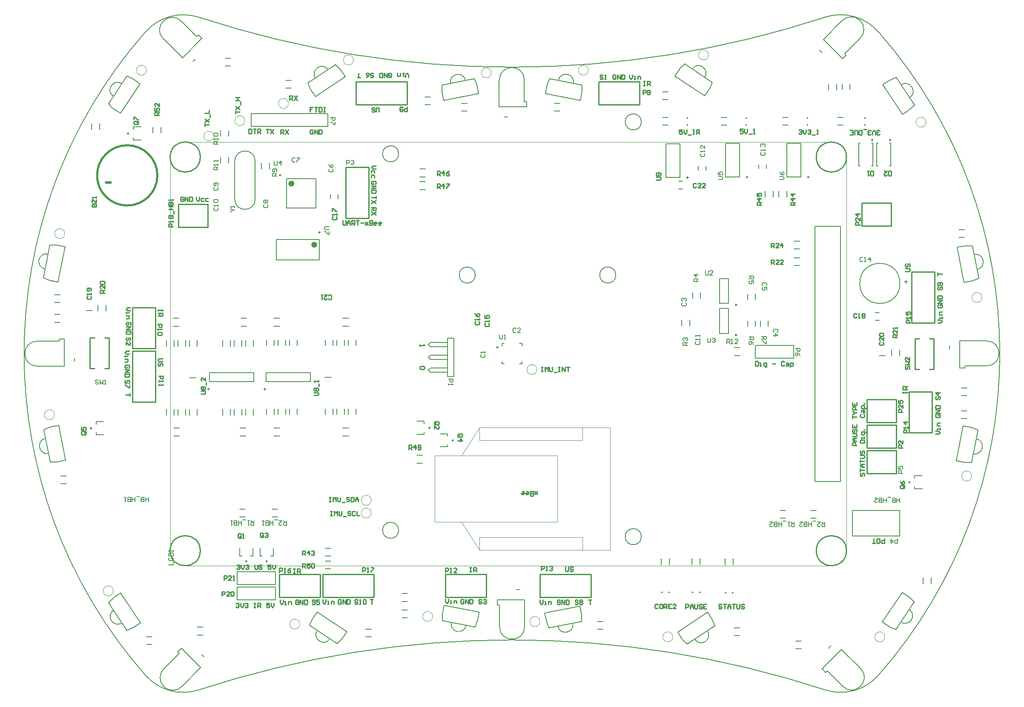
<source format=gto>
%FSLAX23Y23*%
%MOIN*%
G70*
G01*
G75*
G04 Layer_Color=65535*
%ADD10C,0.008*%
%ADD11R,0.037X0.035*%
%ADD12R,0.037X0.035*%
%ADD13R,0.045X0.069*%
%ADD14R,0.094X0.039*%
%ADD15R,0.094X0.130*%
%ADD16R,0.047X0.047*%
%ADD17R,0.057X0.094*%
%ADD18R,0.069X0.045*%
%ADD19R,0.043X0.067*%
%ADD20R,0.047X0.047*%
%ADD21R,0.050X0.100*%
%ADD22R,0.055X0.047*%
%ADD23R,0.055X0.043*%
%ADD24R,0.067X0.043*%
%ADD25O,0.087X0.024*%
%ADD26R,0.043X0.055*%
%ADD27O,0.065X0.022*%
%ADD28O,0.022X0.065*%
%ADD29O,0.010X0.083*%
%ADD30R,0.035X0.037*%
%ADD31R,0.035X0.037*%
%ADD32O,0.024X0.087*%
%ADD33C,0.059*%
%ADD34R,0.010X0.035*%
%ADD35R,0.035X0.010*%
%ADD36C,0.010*%
%ADD37C,0.020*%
%ADD38C,0.012*%
%ADD39C,0.015*%
%ADD40C,0.005*%
%ADD41R,0.059X0.059*%
%ADD42R,0.047X0.047*%
%ADD43C,0.047*%
%ADD44R,0.059X0.059*%
%ADD45R,0.047X0.047*%
%ADD46C,0.060*%
%ADD47R,0.060X0.060*%
%ADD48C,0.063*%
%ADD49C,0.039*%
%ADD50C,0.051*%
%ADD51C,0.079*%
%ADD52C,0.024*%
%ADD53C,0.010*%
%ADD54C,0.024*%
%ADD55C,0.008*%
%ADD56C,0.004*%
%ADD57C,0.016*%
%ADD58C,0.007*%
%ADD59C,0.020*%
%ADD60C,0.006*%
D10*
X1952Y1578D02*
X1947Y1572D01*
Y1560D01*
X1952Y1554D01*
X1976D01*
X1982Y1560D01*
Y1572D01*
X1976Y1578D01*
X1982Y1589D02*
Y1601D01*
Y1595D01*
X1947D01*
X1952Y1589D01*
Y1619D02*
X1947Y1624D01*
Y1636D01*
X1952Y1642D01*
X1958D01*
X1964Y1636D01*
Y1630D01*
Y1636D01*
X1970Y1642D01*
X1976D01*
X1982Y1636D01*
Y1624D01*
X1976Y1619D01*
X1481Y1567D02*
X1475Y1561D01*
Y1550D01*
X1481Y1544D01*
X1504D01*
X1510Y1550D01*
Y1561D01*
X1504Y1567D01*
X1510Y1579D02*
Y1591D01*
Y1585D01*
X1475D01*
X1481Y1579D01*
X1510Y1631D02*
Y1608D01*
X1487Y1631D01*
X1481D01*
X1475Y1626D01*
Y1614D01*
X1481Y1608D01*
X-2205Y1110D02*
X-2199D01*
X-2187Y1122D01*
X-2199Y1133D01*
X-2205D01*
X-2187Y1122D02*
X-2170D01*
Y1145D02*
Y1157D01*
Y1151D01*
X-2205D01*
X-2199Y1145D01*
X2095Y1364D02*
X2124D01*
X2130Y1370D01*
Y1381D01*
X2124Y1387D01*
X2095D01*
Y1422D02*
X2101Y1411D01*
X2113Y1399D01*
X2124D01*
X2130Y1405D01*
Y1416D01*
X2124Y1422D01*
X2118D01*
X2113Y1416D01*
Y1399D01*
X1615Y1364D02*
X1644D01*
X1650Y1370D01*
Y1381D01*
X1644Y1387D01*
X1615D01*
Y1422D02*
Y1399D01*
X1633D01*
X1627Y1411D01*
Y1416D01*
X1633Y1422D01*
X1644D01*
X1650Y1416D01*
Y1405D01*
X1644Y1399D01*
X-1860Y1510D02*
Y1481D01*
X-1854Y1475D01*
X-1843D01*
X-1837Y1481D01*
Y1510D01*
X-1808Y1475D02*
Y1510D01*
X-1825Y1492D01*
X-1802D01*
X-2300Y1440D02*
X-2335D01*
Y1457D01*
X-2329Y1463D01*
X-2317D01*
X-2312Y1457D01*
Y1440D01*
Y1452D02*
X-2300Y1463D01*
Y1475D02*
Y1487D01*
Y1481D01*
X-2335D01*
X-2329Y1475D01*
X-2300Y1504D02*
Y1516D01*
Y1510D01*
X-2335D01*
X-2329Y1504D01*
X-2300Y1640D02*
X-2335D01*
Y1657D01*
X-2329Y1663D01*
X-2317D01*
X-2312Y1657D01*
Y1640D01*
Y1652D02*
X-2300Y1663D01*
Y1675D02*
Y1687D01*
Y1681D01*
X-2335D01*
X-2329Y1675D01*
Y1704D02*
X-2335Y1710D01*
Y1722D01*
X-2329Y1727D01*
X-2306D01*
X-2300Y1722D01*
Y1710D01*
X-2306Y1704D01*
X-2329D01*
X-1840Y1390D02*
X-1875D01*
Y1407D01*
X-1869Y1413D01*
X-1857D01*
X-1852Y1407D01*
Y1390D01*
Y1402D02*
X-1840Y1413D01*
X-1846Y1425D02*
X-1840Y1431D01*
Y1442D01*
X-1846Y1448D01*
X-1869D01*
X-1875Y1442D01*
Y1431D01*
X-1869Y1425D01*
X-1863D01*
X-1857Y1431D01*
Y1448D01*
X-1420Y1850D02*
X-1385D01*
Y1833D01*
X-1391Y1827D01*
X-1403D01*
X-1408Y1833D01*
Y1850D01*
X-1385Y1815D02*
Y1792D01*
X-1391D01*
X-1414Y1815D01*
X-1420D01*
X1442Y93D02*
X1436Y87D01*
Y76D01*
X1442Y70D01*
X1465D01*
X1471Y76D01*
Y87D01*
X1465Y93D01*
X1471Y105D02*
Y117D01*
Y111D01*
X1436D01*
X1442Y105D01*
X1471Y134D02*
Y146D01*
Y140D01*
X1436D01*
X1442Y134D01*
X-2329Y1143D02*
X-2335Y1137D01*
Y1126D01*
X-2329Y1120D01*
X-2306D01*
X-2300Y1126D01*
Y1137D01*
X-2306Y1143D01*
X-2300Y1155D02*
Y1167D01*
Y1161D01*
X-2335D01*
X-2329Y1155D01*
Y1184D02*
X-2335Y1190D01*
Y1202D01*
X-2329Y1207D01*
X-2306D01*
X-2300Y1202D01*
Y1190D01*
X-2306Y1184D01*
X-2329D01*
Y1303D02*
X-2335Y1297D01*
Y1286D01*
X-2329Y1280D01*
X-2306D01*
X-2300Y1286D01*
Y1297D01*
X-2306Y1303D01*
Y1315D02*
X-2300Y1321D01*
Y1332D01*
X-2306Y1338D01*
X-2329D01*
X-2335Y1332D01*
Y1321D01*
X-2329Y1315D01*
X-2323D01*
X-2317Y1321D01*
Y1338D01*
X-1939Y1168D02*
X-1945Y1162D01*
Y1151D01*
X-1939Y1145D01*
X-1916D01*
X-1910Y1151D01*
Y1162D01*
X-1916Y1168D01*
X-1939Y1180D02*
X-1945Y1186D01*
Y1197D01*
X-1939Y1203D01*
X-1933D01*
X-1927Y1197D01*
X-1922Y1203D01*
X-1916D01*
X-1910Y1197D01*
Y1186D01*
X-1916Y1180D01*
X-1922D01*
X-1927Y1186D01*
X-1933Y1180D01*
X-1939D01*
X-1927Y1186D02*
Y1197D01*
X-1697Y1529D02*
X-1703Y1535D01*
X-1714D01*
X-1720Y1529D01*
Y1506D01*
X-1714Y1500D01*
X-1703D01*
X-1697Y1506D01*
X-1685Y1535D02*
X-1662D01*
Y1529D01*
X-1685Y1506D01*
Y1500D01*
X-1429Y1445D02*
X-1435Y1439D01*
Y1428D01*
X-1429Y1422D01*
X-1406D01*
X-1400Y1428D01*
Y1439D01*
X-1406Y1445D01*
X-1435Y1480D02*
X-1429Y1469D01*
X-1417Y1457D01*
X-1406D01*
X-1400Y1463D01*
Y1474D01*
X-1406Y1480D01*
X-1412D01*
X-1417Y1474D01*
Y1457D01*
X1533Y121D02*
Y92D01*
X1539Y86D01*
X1550D01*
X1556Y92D01*
Y121D01*
X1568Y115D02*
X1574Y121D01*
X1585D01*
X1591Y115D01*
Y109D01*
X1585Y103D01*
X1580D01*
X1585D01*
X1591Y98D01*
Y92D01*
X1585Y86D01*
X1574D01*
X1568Y92D01*
X1515Y650D02*
Y621D01*
X1521Y615D01*
X1532D01*
X1538Y621D01*
Y650D01*
X1573Y615D02*
X1550D01*
X1573Y638D01*
Y644D01*
X1567Y650D01*
X1556D01*
X1550Y644D01*
X1957Y134D02*
X1992D01*
Y116D01*
X1986Y111D01*
X1974D01*
X1969Y116D01*
Y134D01*
Y122D02*
X1957Y111D01*
X1992Y99D02*
Y76D01*
X1986D01*
X1963Y99D01*
X1957D01*
X1857Y129D02*
X1892D01*
Y112D01*
X1886Y106D01*
X1874D01*
X1869Y112D01*
Y129D01*
Y117D02*
X1857Y106D01*
X1892Y71D02*
X1886Y82D01*
X1874Y94D01*
X1863D01*
X1857Y88D01*
Y77D01*
X1863Y71D01*
X1869D01*
X1874Y77D01*
Y94D01*
X1857Y606D02*
X1892D01*
Y588D01*
X1886Y583D01*
X1874D01*
X1869Y588D01*
Y606D01*
Y594D02*
X1857Y583D01*
X1892Y548D02*
Y571D01*
X1874D01*
X1880Y559D01*
Y553D01*
X1874Y548D01*
X1863D01*
X1857Y553D01*
Y565D01*
X1863Y571D01*
X1460Y565D02*
X1425D01*
Y583D01*
X1431Y588D01*
X1443D01*
X1448Y583D01*
Y565D01*
Y577D02*
X1460Y588D01*
Y618D02*
X1425D01*
X1443Y600D01*
Y623D01*
X1375Y65D02*
X1340D01*
Y82D01*
X1346Y88D01*
X1358D01*
X1363Y82D01*
Y65D01*
Y77D02*
X1375Y88D01*
X1346Y100D02*
X1340Y106D01*
Y117D01*
X1346Y123D01*
X1352D01*
X1358Y117D01*
Y112D01*
Y117D01*
X1363Y123D01*
X1369D01*
X1375Y117D01*
Y106D01*
X1369Y100D01*
X3020Y-1450D02*
Y-1485D01*
X3003D01*
X2997Y-1479D01*
Y-1467D01*
X3003Y-1462D01*
X3020D01*
X2968Y-1450D02*
Y-1485D01*
X2985Y-1467D01*
X2962D01*
X1988Y532D02*
X1994Y537D01*
Y549D01*
X1988Y555D01*
X1965D01*
X1959Y549D01*
Y537D01*
X1965Y532D01*
X1994Y497D02*
Y520D01*
X1976D01*
X1982Y508D01*
Y502D01*
X1976Y497D01*
X1965D01*
X1959Y502D01*
Y514D01*
X1965Y520D01*
X1336Y398D02*
X1330Y392D01*
Y381D01*
X1336Y375D01*
X1359D01*
X1365Y381D01*
Y392D01*
X1359Y398D01*
X1336Y410D02*
X1330Y416D01*
Y427D01*
X1336Y433D01*
X1342D01*
X1348Y427D01*
Y422D01*
Y427D01*
X1353Y433D01*
X1359D01*
X1365Y427D01*
Y416D01*
X1359Y410D01*
X-97Y148D02*
Y119D01*
X-91Y113D01*
X-80D01*
X-74Y119D01*
Y148D01*
X-62Y113D02*
X-50D01*
X-56D01*
Y148D01*
X-62Y142D01*
X-3237Y-211D02*
X-3243Y-205D01*
X-3254D01*
X-3260Y-211D01*
Y-217D01*
X-3254Y-223D01*
X-3243D01*
X-3237Y-228D01*
Y-234D01*
X-3243Y-240D01*
X-3254D01*
X-3260Y-234D01*
X-3225Y-205D02*
Y-240D01*
X-3213Y-228D01*
X-3202Y-240D01*
Y-205D01*
X-3190Y-240D02*
X-3178D01*
X-3184D01*
Y-205D01*
X-3190Y-211D01*
X2450Y-1320D02*
Y-1355D01*
X2433D01*
X2427Y-1349D01*
Y-1337D01*
X2433Y-1332D01*
X2450D01*
X2438D02*
X2427Y-1320D01*
X2392D02*
X2415D01*
X2392Y-1343D01*
Y-1349D01*
X2398Y-1355D01*
X2409D01*
X2415Y-1349D01*
X2380Y-1314D02*
X2357D01*
X2345Y-1355D02*
Y-1320D01*
Y-1337D01*
X2322D01*
Y-1355D01*
Y-1320D01*
X2310Y-1355D02*
Y-1320D01*
X2293D01*
X2287Y-1326D01*
Y-1332D01*
X2293Y-1337D01*
X2310D01*
X2293D01*
X2287Y-1343D01*
Y-1349D01*
X2293Y-1355D01*
X2310D01*
X2252Y-1320D02*
X2275D01*
X2252Y-1343D01*
Y-1349D01*
X2258Y-1355D01*
X2269D01*
X2275Y-1349D01*
X-1766Y-1310D02*
Y-1345D01*
X-1783D01*
X-1789Y-1339D01*
Y-1327D01*
X-1783Y-1322D01*
X-1766D01*
X-1778D02*
X-1789Y-1310D01*
X-1824D02*
X-1801D01*
X-1824Y-1333D01*
Y-1339D01*
X-1818Y-1345D01*
X-1807D01*
X-1801Y-1339D01*
X-1836Y-1304D02*
X-1859D01*
X-1871Y-1345D02*
Y-1310D01*
Y-1327D01*
X-1894D01*
Y-1345D01*
Y-1310D01*
X-1906Y-1345D02*
Y-1310D01*
X-1923D01*
X-1929Y-1316D01*
Y-1322D01*
X-1923Y-1327D01*
X-1906D01*
X-1923D01*
X-1929Y-1333D01*
Y-1339D01*
X-1923Y-1345D01*
X-1906D01*
X-1941Y-1310D02*
X-1953D01*
X-1947D01*
Y-1345D01*
X-1941Y-1339D01*
X2210Y-1320D02*
Y-1355D01*
X2193D01*
X2187Y-1349D01*
Y-1337D01*
X2193Y-1332D01*
X2210D01*
X2198D02*
X2187Y-1320D01*
X2175D02*
X2163D01*
X2169D01*
Y-1355D01*
X2175Y-1349D01*
X2146Y-1314D02*
X2123D01*
X2111Y-1355D02*
Y-1320D01*
Y-1337D01*
X2088D01*
Y-1355D01*
Y-1320D01*
X2076Y-1355D02*
Y-1320D01*
X2058D01*
X2053Y-1326D01*
Y-1332D01*
X2058Y-1337D01*
X2076D01*
X2058D01*
X2053Y-1343D01*
Y-1349D01*
X2058Y-1355D01*
X2076D01*
X2018Y-1320D02*
X2041D01*
X2018Y-1343D01*
Y-1349D01*
X2023Y-1355D01*
X2035D01*
X2041Y-1349D01*
X-2020Y-1310D02*
Y-1345D01*
X-2037D01*
X-2043Y-1339D01*
Y-1327D01*
X-2037Y-1322D01*
X-2020D01*
X-2032D02*
X-2043Y-1310D01*
X-2055D02*
X-2067D01*
X-2061D01*
Y-1345D01*
X-2055Y-1339D01*
X-2084Y-1304D02*
X-2107D01*
X-2119Y-1345D02*
Y-1310D01*
Y-1327D01*
X-2142D01*
Y-1345D01*
Y-1310D01*
X-2154Y-1345D02*
Y-1310D01*
X-2172D01*
X-2177Y-1316D01*
Y-1322D01*
X-2172Y-1327D01*
X-2154D01*
X-2172D01*
X-2177Y-1333D01*
Y-1339D01*
X-2172Y-1345D01*
X-2154D01*
X-2189Y-1310D02*
X-2201D01*
X-2195D01*
Y-1345D01*
X-2189Y-1339D01*
X-1295Y1480D02*
Y1515D01*
X-1278D01*
X-1272Y1509D01*
Y1497D01*
X-1278Y1492D01*
X-1295D01*
X-1260Y1509D02*
X-1254Y1515D01*
X-1243D01*
X-1237Y1509D01*
Y1503D01*
X-1243Y1497D01*
X-1248D01*
X-1243D01*
X-1237Y1492D01*
Y1486D01*
X-1243Y1480D01*
X-1254D01*
X-1260Y1486D01*
X-497Y-201D02*
X-462D01*
Y-218D01*
X-468Y-224D01*
X-480D01*
X-485Y-218D01*
Y-201D01*
X-497Y-236D02*
Y-248D01*
Y-242D01*
X-462D01*
X-468Y-236D01*
X3036Y-1167D02*
Y-1132D01*
Y-1149D01*
X3013D01*
Y-1167D01*
Y-1132D01*
X3001Y-1167D02*
Y-1132D01*
X2984D01*
X2978Y-1138D01*
Y-1144D01*
X2984Y-1149D01*
X3001D01*
X2984D01*
X2978Y-1155D01*
Y-1161D01*
X2984Y-1167D01*
X3001D01*
X2966Y-1126D02*
X2943D01*
X2931Y-1167D02*
Y-1132D01*
Y-1149D01*
X2908D01*
Y-1167D01*
Y-1132D01*
X2896Y-1167D02*
Y-1132D01*
X2879D01*
X2873Y-1138D01*
Y-1144D01*
X2879Y-1149D01*
X2896D01*
X2879D01*
X2873Y-1155D01*
Y-1161D01*
X2879Y-1167D01*
X2896D01*
X2838Y-1132D02*
X2861D01*
X2838Y-1155D01*
Y-1161D01*
X2844Y-1167D01*
X2855D01*
X2861Y-1161D01*
X-2846Y-1161D02*
Y-1126D01*
Y-1143D01*
X-2869D01*
Y-1161D01*
Y-1126D01*
X-2881Y-1161D02*
Y-1126D01*
X-2898D01*
X-2904Y-1132D01*
Y-1138D01*
X-2898Y-1143D01*
X-2881D01*
X-2898D01*
X-2904Y-1149D01*
Y-1155D01*
X-2898Y-1161D01*
X-2881D01*
X-2916Y-1120D02*
X-2939D01*
X-2951Y-1161D02*
Y-1126D01*
Y-1143D01*
X-2974D01*
Y-1161D01*
Y-1126D01*
X-2986Y-1161D02*
Y-1126D01*
X-3003D01*
X-3009Y-1132D01*
Y-1138D01*
X-3003Y-1143D01*
X-2986D01*
X-3003D01*
X-3009Y-1149D01*
Y-1155D01*
X-3003Y-1161D01*
X-2986D01*
X-3021Y-1126D02*
X-3033D01*
X-3027D01*
Y-1161D01*
X-3021Y-1155D01*
X32Y193D02*
X26Y199D01*
X15D01*
X9Y193D01*
Y170D01*
X15Y164D01*
X26D01*
X32Y170D01*
X67Y164D02*
X44D01*
X67Y187D01*
Y193D01*
X61Y199D01*
X50D01*
X44Y193D01*
X-239Y-7D02*
X-245Y-13D01*
Y-24D01*
X-239Y-30D01*
X-216D01*
X-210Y-24D01*
Y-13D01*
X-216Y-7D01*
X-210Y5D02*
Y17D01*
Y11D01*
X-245D01*
X-239Y5D01*
X2075Y168D02*
X2081Y174D01*
Y185D01*
X2075Y191D01*
X2052D01*
X2046Y185D01*
Y174D01*
X2052Y168D01*
X2046Y139D02*
X2081D01*
X2063Y156D01*
Y133D01*
X3060Y-940D02*
X3025D01*
Y-923D01*
X3031Y-917D01*
X3043D01*
X3048Y-923D01*
Y-940D01*
X3025Y-882D02*
Y-905D01*
X3043D01*
X3037Y-893D01*
Y-888D01*
X3043Y-882D01*
X3054D01*
X3060Y-888D01*
Y-899D01*
X3054Y-905D01*
X2220Y40D02*
X2255D01*
Y23D01*
X2249Y17D01*
X2237D01*
X2232Y23D01*
Y40D01*
X2255Y-18D02*
X2249Y-7D01*
X2237Y5D01*
X2226D01*
X2220Y-1D01*
Y-12D01*
X2226Y-18D01*
X2232D01*
X2237Y-12D01*
Y5D01*
X1682Y78D02*
Y113D01*
X1699D01*
X1705Y107D01*
Y95D01*
X1699Y90D01*
X1682D01*
X1694D02*
X1705Y78D01*
X1717D02*
X1729D01*
X1723D01*
Y113D01*
X1717Y107D01*
X1769Y78D02*
X1746D01*
X1769Y101D01*
Y107D01*
X1764Y113D01*
X1752D01*
X1746Y107D01*
X-1432Y993D02*
X-1461D01*
X-1467Y987D01*
Y975D01*
X-1461Y969D01*
X-1432D01*
Y958D02*
Y934D01*
X-1437D01*
X-1461Y958D01*
X-1467D01*
X2747Y749D02*
X2741Y755D01*
X2730D01*
X2724Y749D01*
Y726D01*
X2730Y720D01*
X2741D01*
X2747Y726D01*
X2759Y720D02*
X2771D01*
X2765D01*
Y755D01*
X2759Y749D01*
X2806Y720D02*
Y755D01*
X2788Y737D01*
X2811D01*
X-2687Y-1658D02*
X-2652D01*
Y-1634D01*
X-2681Y-1599D02*
X-2687Y-1605D01*
Y-1617D01*
X-2681Y-1623D01*
X-2658D01*
X-2652Y-1617D01*
Y-1605D01*
X-2658Y-1599D01*
X-2687Y-1588D02*
X-2652D01*
Y-1570D01*
X-2658Y-1564D01*
X-2681D01*
X-2687Y-1570D01*
Y-1588D01*
X-2652Y-1553D02*
Y-1541D01*
Y-1547D01*
X-2687D01*
X-2681Y-1553D01*
D36*
X2619Y-1545D02*
G03*
X2619Y-1545I-118J0D01*
G01*
X2619Y1540D02*
G03*
X2619Y1540I-118J0D01*
G01*
X-2440Y-1545D02*
G03*
X-2440Y-1545I-118J0D01*
G01*
Y1540D02*
G03*
X-2440Y1540I-118J0D01*
G01*
X-2610Y990D02*
X-2380D01*
Y1170D01*
X-2610D02*
X-2380D01*
X-2610Y990D02*
Y1170D01*
X-1480Y-1910D02*
X-1080D01*
Y-1730D01*
X-1480D02*
X-1080D01*
X-1480Y-1910D02*
Y-1730D01*
X3310Y240D02*
Y640D01*
X3130D02*
X3310D01*
X3130Y240D02*
Y640D01*
Y240D02*
X3310D01*
X220Y-1910D02*
X620D01*
Y-1730D01*
X220D02*
X620D01*
X220Y-1910D02*
Y-1730D01*
X-2970Y-380D02*
Y20D01*
Y-380D02*
X-2790D01*
Y20D01*
X-2970D02*
X-2790D01*
X-1220Y2130D02*
X-820D01*
X-1220Y1950D02*
Y2130D01*
Y1950D02*
X-820D01*
Y2130D01*
X1371Y1789D02*
Y1796D01*
Y1844D02*
Y1851D01*
X2311Y1789D02*
Y1796D01*
Y1844D02*
Y1851D01*
X1831Y1789D02*
Y1796D01*
Y1844D02*
Y1851D01*
X2761Y1789D02*
Y1796D01*
Y1844D02*
Y1851D01*
X2740Y1000D02*
Y1180D01*
X2970D01*
Y1000D02*
Y1180D01*
X2740Y1000D02*
X2970D01*
X2780Y-740D02*
Y-560D01*
X3010D01*
Y-740D02*
Y-560D01*
X2780Y-740D02*
X3010D01*
X2780Y-540D02*
Y-360D01*
X3010D01*
Y-540D02*
Y-360D01*
X2780Y-540D02*
X3010D01*
X1668Y-1872D02*
X1675D01*
X1723D02*
X1730D01*
X3303Y-122D02*
Y118D01*
X3154Y-122D02*
Y118D01*
Y-122D02*
X3189D01*
X3154Y118D02*
X3189D01*
X3268D02*
X3303D01*
X3268Y-122D02*
X3303D01*
X-1120Y1060D02*
Y1460D01*
X-1300D02*
X-1120D01*
X-1300Y1060D02*
Y1460D01*
Y1060D02*
X-1120D01*
X2780Y-940D02*
Y-760D01*
X3010D01*
Y-940D02*
Y-760D01*
X2780Y-940D02*
X3010D01*
X1464Y-1871D02*
X1471D01*
X1409D02*
X1416D01*
X1224D02*
X1231D01*
X1169D02*
X1176D01*
X-3303Y122D02*
X-3268D01*
X-3303Y-118D02*
X-3268D01*
X-3189D02*
X-3154D01*
X-3189Y122D02*
X-3154D01*
Y-118D02*
Y122D01*
X-3303Y-118D02*
Y122D01*
X-1820Y-1910D02*
X-1500D01*
Y-1730D01*
X-1820D02*
X-1500D01*
X-1820Y-1910D02*
Y-1730D01*
X3290Y-620D02*
Y-300D01*
X3110D02*
X3290D01*
X3110Y-620D02*
Y-300D01*
Y-620D02*
X3290D01*
X-520Y-1910D02*
X-200D01*
Y-1730D01*
X-520D02*
X-200D01*
X-520Y-1910D02*
Y-1730D01*
X-2970Y40D02*
Y360D01*
Y40D02*
X-2790D01*
Y360D01*
X-2970D02*
X-2790D01*
X680Y2130D02*
X1000D01*
X680Y1950D02*
Y2130D01*
Y1950D02*
X1000D01*
Y2130D01*
X-1640Y-1680D02*
Y-1645D01*
X-1623D01*
X-1617Y-1651D01*
Y-1663D01*
X-1623Y-1668D01*
X-1640D01*
X-1628D02*
X-1617Y-1680D01*
X-1582Y-1645D02*
X-1605D01*
Y-1663D01*
X-1593Y-1657D01*
X-1588D01*
X-1582Y-1663D01*
Y-1674D01*
X-1588Y-1680D01*
X-1599D01*
X-1605Y-1674D01*
X-1570Y-1651D02*
X-1564Y-1645D01*
X-1553D01*
X-1547Y-1651D01*
Y-1674D01*
X-1553Y-1680D01*
X-1564D01*
X-1570Y-1674D01*
Y-1651D01*
X-808Y-752D02*
Y-718D01*
X-790D01*
X-784Y-723D01*
Y-735D01*
X-790Y-741D01*
X-808D01*
X-796D02*
X-784Y-752D01*
X-755D02*
Y-718D01*
X-773Y-735D01*
X-749D01*
X-738Y-747D02*
X-732Y-752D01*
X-720D01*
X-714Y-747D01*
Y-723D01*
X-720Y-718D01*
X-732D01*
X-738Y-723D01*
Y-729D01*
X-732Y-735D01*
X-714D01*
X-1640Y-1580D02*
Y-1545D01*
X-1623D01*
X-1617Y-1551D01*
Y-1563D01*
X-1623Y-1568D01*
X-1640D01*
X-1628D02*
X-1617Y-1580D01*
X-1588D02*
Y-1545D01*
X-1605Y-1563D01*
X-1582D01*
X-1570Y-1551D02*
X-1564Y-1545D01*
X-1553D01*
X-1547Y-1551D01*
Y-1557D01*
X-1553Y-1563D01*
X-1558D01*
X-1553D01*
X-1547Y-1568D01*
Y-1574D01*
X-1553Y-1580D01*
X-1564D01*
X-1570Y-1574D01*
X3067Y-1034D02*
X3043D01*
X3038Y-1040D01*
Y-1052D01*
X3043Y-1058D01*
X3067D01*
X3072Y-1052D01*
Y-1040D01*
X3061Y-1046D02*
X3072Y-1034D01*
Y-1040D02*
X3067Y-1034D01*
X3038Y-999D02*
X3043Y-1011D01*
X3055Y-1023D01*
X3067D01*
X3072Y-1017D01*
Y-1005D01*
X3067Y-999D01*
X3061D01*
X3055Y-1005D01*
Y-1023D01*
X-3341Y-611D02*
X-3365D01*
X-3370Y-617D01*
Y-629D01*
X-3365Y-635D01*
X-3341D01*
X-3336Y-629D01*
Y-617D01*
X-3347Y-623D02*
X-3336Y-611D01*
Y-617D02*
X-3341Y-611D01*
X-3370Y-576D02*
Y-600D01*
X-3353D01*
X-3359Y-588D01*
Y-582D01*
X-3353Y-576D01*
X-3341D01*
X-3336Y-582D01*
Y-594D01*
X-3341Y-600D01*
X200Y-1103D02*
X177Y-1080D01*
X188Y-1092D01*
X177Y-1103D01*
X200Y-1080D01*
X165Y-1115D02*
Y-1080D01*
X148D01*
X142Y-1086D01*
Y-1092D01*
X148Y-1097D01*
X165D01*
X148D01*
X142Y-1103D01*
Y-1109D01*
X148Y-1115D01*
X165D01*
X113Y-1080D02*
X124D01*
X130Y-1086D01*
Y-1097D01*
X124Y-1103D01*
X113D01*
X107Y-1097D01*
Y-1092D01*
X130D01*
X78Y-1080D02*
X89D01*
X95Y-1086D01*
Y-1097D01*
X89Y-1103D01*
X78D01*
X72Y-1097D01*
Y-1092D01*
X95D01*
X-2255Y-1775D02*
Y-1740D01*
X-2238D01*
X-2232Y-1746D01*
Y-1758D01*
X-2238Y-1763D01*
X-2255D01*
X-2197Y-1775D02*
X-2220D01*
X-2197Y-1752D01*
Y-1746D01*
X-2203Y-1740D01*
X-2214D01*
X-2220Y-1746D01*
X-2185Y-1775D02*
X-2173D01*
X-2179D01*
Y-1740D01*
X-2185Y-1746D01*
X-2270Y-1900D02*
Y-1865D01*
X-2253D01*
X-2247Y-1871D01*
Y-1883D01*
X-2253Y-1888D01*
X-2270D01*
X-2212Y-1900D02*
X-2235D01*
X-2212Y-1877D01*
Y-1871D01*
X-2218Y-1865D01*
X-2229D01*
X-2235Y-1871D01*
X-2200D02*
X-2194Y-1865D01*
X-2183D01*
X-2177Y-1871D01*
Y-1894D01*
X-2183Y-1900D01*
X-2194D01*
X-2200Y-1894D01*
Y-1871D01*
X-2655Y994D02*
X-2689D01*
Y1012D01*
X-2684Y1018D01*
X-2672D01*
X-2666Y1012D01*
Y994D01*
X-2655Y1029D02*
Y1041D01*
Y1035D01*
X-2689D01*
X-2684Y1029D01*
Y1059D02*
X-2689Y1064D01*
Y1076D01*
X-2684Y1082D01*
X-2678D01*
X-2672Y1076D01*
X-2666Y1082D01*
X-2660D01*
X-2655Y1076D01*
Y1064D01*
X-2660Y1059D01*
X-2666D01*
X-2672Y1064D01*
X-2678Y1059D01*
X-2684D01*
X-2672Y1064D02*
Y1076D01*
X-2649Y1094D02*
Y1117D01*
X-2689Y1129D02*
X-2655D01*
X-2672D01*
Y1152D01*
X-2689D01*
X-2655D01*
X-2689Y1164D02*
X-2655D01*
Y1181D01*
X-2660Y1187D01*
X-2666D01*
X-2672Y1181D01*
Y1164D01*
Y1181D01*
X-2678Y1187D01*
X-2684D01*
X-2689Y1181D01*
Y1164D01*
X-2655Y1199D02*
Y1210D01*
Y1204D01*
X-2689D01*
X-2684Y1199D01*
X-1430Y-1125D02*
X-1418D01*
X-1424D01*
Y-1160D01*
X-1430D01*
X-1418D01*
X-1401D02*
Y-1125D01*
X-1389Y-1137D01*
X-1378Y-1125D01*
Y-1160D01*
X-1366Y-1125D02*
Y-1154D01*
X-1360Y-1160D01*
X-1348D01*
X-1343Y-1154D01*
Y-1125D01*
X-1331Y-1166D02*
X-1308D01*
X-1273Y-1131D02*
X-1278Y-1125D01*
X-1290D01*
X-1296Y-1131D01*
Y-1137D01*
X-1290Y-1143D01*
X-1278D01*
X-1273Y-1148D01*
Y-1154D01*
X-1278Y-1160D01*
X-1290D01*
X-1296Y-1154D01*
X-1261Y-1125D02*
Y-1160D01*
X-1243D01*
X-1238Y-1154D01*
Y-1131D01*
X-1243Y-1125D01*
X-1261D01*
X-1226Y-1160D02*
Y-1137D01*
X-1214Y-1125D01*
X-1203Y-1137D01*
Y-1160D01*
Y-1143D01*
X-1226D01*
X-1420Y-1235D02*
X-1408D01*
X-1414D01*
Y-1270D01*
X-1420D01*
X-1408D01*
X-1391D02*
Y-1235D01*
X-1379Y-1247D01*
X-1368Y-1235D01*
Y-1270D01*
X-1356Y-1235D02*
Y-1264D01*
X-1350Y-1270D01*
X-1338D01*
X-1333Y-1264D01*
Y-1235D01*
X-1321Y-1276D02*
X-1298D01*
X-1263Y-1241D02*
X-1268Y-1235D01*
X-1280D01*
X-1286Y-1241D01*
Y-1247D01*
X-1280Y-1253D01*
X-1268D01*
X-1263Y-1258D01*
Y-1264D01*
X-1268Y-1270D01*
X-1280D01*
X-1286Y-1264D01*
X-1228Y-1241D02*
X-1233Y-1235D01*
X-1245D01*
X-1251Y-1241D01*
Y-1264D01*
X-1245Y-1270D01*
X-1233D01*
X-1228Y-1264D01*
X-1216Y-1235D02*
Y-1270D01*
X-1193D01*
X229Y-105D02*
X241D01*
X235D01*
Y-140D01*
X229D01*
X241D01*
X258D02*
Y-105D01*
X270Y-117D01*
X281Y-105D01*
Y-140D01*
X293Y-105D02*
Y-134D01*
X299Y-140D01*
X311D01*
X316Y-134D01*
Y-105D01*
X328Y-146D02*
X351D01*
X363Y-105D02*
X375D01*
X369D01*
Y-140D01*
X363D01*
X375D01*
X392D02*
Y-105D01*
X416Y-140D01*
Y-105D01*
X427D02*
X451D01*
X439D01*
Y-140D01*
X1130Y1360D02*
X1159D01*
X1165Y1366D01*
Y1377D01*
X1159Y1383D01*
X1130D01*
X1159Y1395D02*
X1165Y1401D01*
Y1412D01*
X1159Y1418D01*
X1136D01*
X1130Y1412D01*
Y1401D01*
X1136Y1395D01*
X1142D01*
X1148Y1401D01*
Y1418D01*
X-2405Y1780D02*
Y1803D01*
Y1792D01*
X-2370D01*
X-2405Y1815D02*
X-2370Y1838D01*
X-2405D02*
X-2370Y1815D01*
X-2364Y1850D02*
Y1873D01*
X-2405Y1885D02*
X-2370D01*
Y1908D01*
X-2165Y1880D02*
Y1903D01*
Y1892D01*
X-2130D01*
X-2165Y1915D02*
X-2130Y1938D01*
X-2165D02*
X-2130Y1915D01*
X-2124Y1950D02*
Y1973D01*
X-2165Y1985D02*
X-2130D01*
X-2147D01*
Y2008D01*
X-2165D01*
X-2130D01*
X3084Y-99D02*
X3078Y-104D01*
Y-116D01*
X3084Y-122D01*
X3090D01*
X3096Y-116D01*
Y-104D01*
X3102Y-99D01*
X3108D01*
X3113Y-104D01*
Y-116D01*
X3108Y-122D01*
X3078Y-87D02*
X3113D01*
X3102Y-75D01*
X3113Y-64D01*
X3078D01*
X3113Y-29D02*
Y-52D01*
X3090Y-29D01*
X3084D01*
X3078Y-34D01*
Y-46D01*
X3084Y-52D01*
X-1740Y1985D02*
Y2020D01*
X-1723D01*
X-1717Y2014D01*
Y2002D01*
X-1723Y1997D01*
X-1740D01*
X-1728D02*
X-1717Y1985D01*
X-1705Y2020D02*
X-1682Y1985D01*
Y2020D02*
X-1705Y1985D01*
X-585Y1295D02*
Y1330D01*
X-568D01*
X-562Y1324D01*
Y1312D01*
X-568Y1307D01*
X-585D01*
X-573D02*
X-562Y1295D01*
X-533D02*
Y1330D01*
X-550Y1312D01*
X-527D01*
X-515Y1330D02*
X-492D01*
Y1324D01*
X-515Y1301D01*
Y1295D01*
X-585Y1395D02*
Y1430D01*
X-568D01*
X-562Y1424D01*
Y1412D01*
X-568Y1407D01*
X-585D01*
X-573D02*
X-562Y1395D01*
X-533D02*
Y1430D01*
X-550Y1412D01*
X-527D01*
X-492Y1430D02*
X-503Y1424D01*
X-515Y1412D01*
Y1401D01*
X-509Y1395D01*
X-498D01*
X-492Y1401D01*
Y1407D01*
X-498Y1412D01*
X-515D01*
X1953Y1163D02*
X1918D01*
Y1180D01*
X1924Y1186D01*
X1936D01*
X1941Y1180D01*
Y1163D01*
Y1175D02*
X1953Y1186D01*
Y1215D02*
X1918D01*
X1936Y1198D01*
Y1221D01*
X1918Y1256D02*
Y1233D01*
X1936D01*
X1930Y1245D01*
Y1250D01*
X1936Y1256D01*
X1947D01*
X1953Y1250D01*
Y1239D01*
X1947Y1233D01*
X2217Y1162D02*
X2182D01*
Y1179D01*
X2188Y1185D01*
X2200D01*
X2205Y1179D01*
Y1162D01*
Y1174D02*
X2217Y1185D01*
Y1214D02*
X2182D01*
X2200Y1197D01*
Y1220D01*
X2217Y1249D02*
X2182D01*
X2200Y1232D01*
Y1255D01*
X2030Y830D02*
Y865D01*
X2047D01*
X2053Y859D01*
Y847D01*
X2047Y842D01*
X2030D01*
X2042D02*
X2053Y830D01*
X2088D02*
X2065D01*
X2088Y853D01*
Y859D01*
X2082Y865D01*
X2071D01*
X2065Y859D01*
X2117Y830D02*
Y865D01*
X2100Y847D01*
X2123D01*
X2030Y700D02*
Y735D01*
X2047D01*
X2053Y729D01*
Y717D01*
X2047Y712D01*
X2030D01*
X2042D02*
X2053Y700D01*
X2088D02*
X2065D01*
X2088Y723D01*
Y729D01*
X2082Y735D01*
X2071D01*
X2065Y729D01*
X2123Y700D02*
X2100D01*
X2123Y723D01*
Y729D01*
X2117Y735D01*
X2106D01*
X2100Y729D01*
X3017Y126D02*
X2982D01*
Y143D01*
X2988Y149D01*
X3000D01*
X3006Y143D01*
Y126D01*
Y137D02*
X3017Y149D01*
Y184D02*
Y161D01*
X2994Y184D01*
X2988D01*
X2982Y178D01*
Y166D01*
X2988Y161D01*
X3017Y196D02*
Y207D01*
Y201D01*
X2982D01*
X2988Y196D01*
X-3188Y475D02*
X-3223D01*
Y492D01*
X-3217Y498D01*
X-3206D01*
X-3200Y492D01*
Y475D01*
Y487D02*
X-3188Y498D01*
Y533D02*
Y510D01*
X-3211Y533D01*
X-3217D01*
X-3223Y527D01*
Y516D01*
X-3217Y510D01*
Y545D02*
X-3223Y551D01*
Y562D01*
X-3217Y568D01*
X-3194D01*
X-3188Y562D01*
Y551D01*
X-3194Y545D01*
X-3217D01*
X-418Y-654D02*
X-394D01*
X-389Y-648D01*
Y-636D01*
X-394Y-631D01*
X-418D01*
X-424Y-636D01*
Y-648D01*
X-412Y-642D02*
X-424Y-654D01*
Y-648D02*
X-418Y-654D01*
X-424Y-683D02*
X-389D01*
X-406Y-665D01*
Y-689D01*
X-601Y-556D02*
X-577D01*
X-572Y-550D01*
Y-538D01*
X-577Y-533D01*
X-601D01*
X-607Y-538D01*
Y-550D01*
X-595Y-544D02*
X-607Y-556D01*
Y-550D02*
X-601Y-556D01*
X-607Y-591D02*
Y-567D01*
X-583Y-591D01*
X-577D01*
X-572Y-585D01*
Y-573D01*
X-577Y-567D01*
X3060Y-460D02*
X3025D01*
Y-443D01*
X3031Y-437D01*
X3043D01*
X3048Y-443D01*
Y-460D01*
X3060Y-402D02*
Y-425D01*
X3037Y-402D01*
X3031D01*
X3025Y-408D01*
Y-419D01*
X3031Y-425D01*
X3025Y-367D02*
Y-390D01*
X3043D01*
X3037Y-378D01*
Y-373D01*
X3043Y-367D01*
X3054D01*
X3060Y-373D01*
Y-384D01*
X3054Y-390D01*
X2724Y1006D02*
X2689D01*
Y1023D01*
X2695Y1029D01*
X2707D01*
X2712Y1023D01*
Y1006D01*
X2724Y1064D02*
Y1041D01*
X2701Y1064D01*
X2695D01*
X2689Y1058D01*
Y1047D01*
X2695Y1041D01*
X2724Y1093D02*
X2689D01*
X2707Y1076D01*
Y1099D01*
X3060Y-740D02*
X3025D01*
Y-723D01*
X3031Y-717D01*
X3043D01*
X3048Y-723D01*
Y-740D01*
X3060Y-682D02*
Y-705D01*
X3037Y-682D01*
X3031D01*
X3025Y-688D01*
Y-699D01*
X3031Y-705D01*
X2970Y1395D02*
Y1430D01*
X2953D01*
X2947Y1424D01*
Y1401D01*
X2953Y1395D01*
X2970D01*
X2912Y1430D02*
X2935D01*
X2912Y1407D01*
Y1401D01*
X2918Y1395D01*
X2929D01*
X2935Y1401D01*
X2830Y1395D02*
Y1430D01*
X2813D01*
X2807Y1424D01*
Y1401D01*
X2813Y1395D01*
X2830D01*
X2795Y1430D02*
X2783D01*
X2789D01*
Y1395D01*
X2795Y1401D01*
X2881Y91D02*
X2875Y85D01*
Y74D01*
X2881Y68D01*
X2904D01*
X2910Y74D01*
Y85D01*
X2904Y91D01*
X2910Y126D02*
Y103D01*
X2887Y126D01*
X2881D01*
X2875Y120D01*
Y109D01*
X2881Y103D01*
Y138D02*
X2875Y144D01*
Y155D01*
X2881Y161D01*
X2904D01*
X2910Y155D01*
Y144D01*
X2904Y138D01*
X2881D01*
X-3322Y449D02*
X-3328Y443D01*
Y432D01*
X-3322Y426D01*
X-3299D01*
X-3293Y432D01*
Y443D01*
X-3299Y449D01*
X-3293Y461D02*
Y473D01*
Y467D01*
X-3328D01*
X-3322Y461D01*
X-3299Y490D02*
X-3293Y496D01*
Y507D01*
X-3299Y513D01*
X-3322D01*
X-3328Y507D01*
Y496D01*
X-3322Y490D01*
X-3316D01*
X-3311Y496D01*
Y513D01*
X2699Y309D02*
X2693Y315D01*
X2682D01*
X2676Y309D01*
Y286D01*
X2682Y280D01*
X2693D01*
X2699Y286D01*
X2711Y280D02*
X2723D01*
X2717D01*
Y315D01*
X2711Y309D01*
X2740D02*
X2746Y315D01*
X2758D01*
X2763Y309D01*
Y303D01*
X2758Y297D01*
X2763Y292D01*
Y286D01*
X2758Y280D01*
X2746D01*
X2740Y286D01*
Y292D01*
X2746Y297D01*
X2740Y303D01*
Y309D01*
X2746Y297D02*
X2758D01*
X-1401Y1072D02*
X-1407Y1066D01*
Y1055D01*
X-1401Y1049D01*
X-1378D01*
X-1372Y1055D01*
Y1066D01*
X-1378Y1072D01*
X-1372Y1084D02*
Y1096D01*
Y1090D01*
X-1407D01*
X-1401Y1084D01*
X-1407Y1113D02*
Y1136D01*
X-1401D01*
X-1378Y1113D01*
X-1372D01*
X-285Y250D02*
X-291Y244D01*
Y233D01*
X-285Y227D01*
X-262D01*
X-256Y233D01*
Y244D01*
X-262Y250D01*
X-256Y262D02*
Y274D01*
Y268D01*
X-291D01*
X-285Y262D01*
X-291Y314D02*
X-285Y303D01*
X-273Y291D01*
X-262D01*
X-256Y297D01*
Y309D01*
X-262Y314D01*
X-268D01*
X-273Y309D01*
Y291D01*
X-207Y237D02*
X-213Y231D01*
Y220D01*
X-207Y214D01*
X-184D01*
X-178Y220D01*
Y231D01*
X-184Y237D01*
X-178Y249D02*
Y261D01*
Y255D01*
X-213D01*
X-207Y249D01*
X-213Y301D02*
Y278D01*
X-195D01*
X-201Y290D01*
Y296D01*
X-195Y301D01*
X-184D01*
X-178Y296D01*
Y284D01*
X-184Y278D01*
X1333Y1755D02*
X1310D01*
Y1737D01*
X1322Y1743D01*
X1327D01*
X1333Y1737D01*
Y1726D01*
X1327Y1720D01*
X1316D01*
X1310Y1726D01*
X1345Y1755D02*
Y1732D01*
X1357Y1720D01*
X1368Y1732D01*
Y1755D01*
X1380Y1714D02*
X1403D01*
X1415Y1755D02*
X1427D01*
X1421D01*
Y1720D01*
X1415D01*
X1427D01*
X1444D02*
Y1755D01*
X1462D01*
X1467Y1749D01*
Y1737D01*
X1462Y1732D01*
X1444D01*
X1456D02*
X1467Y1720D01*
X1808Y1760D02*
X1785D01*
Y1742D01*
X1797Y1748D01*
X1802D01*
X1808Y1742D01*
Y1731D01*
X1802Y1725D01*
X1791D01*
X1785Y1731D01*
X1820Y1760D02*
Y1737D01*
X1832Y1725D01*
X1843Y1737D01*
Y1760D01*
X1855Y1719D02*
X1878D01*
X1890Y1725D02*
X1902D01*
X1896D01*
Y1760D01*
X1890Y1754D01*
X2880Y1721D02*
X2874Y1715D01*
X2863D01*
X2857Y1721D01*
Y1727D01*
X2863Y1733D01*
X2868D01*
X2863D01*
X2857Y1738D01*
Y1744D01*
X2863Y1750D01*
X2874D01*
X2880Y1744D01*
X2845Y1715D02*
Y1738D01*
X2833Y1750D01*
X2822Y1738D01*
Y1715D01*
X2810Y1721D02*
X2804Y1715D01*
X2793D01*
X2787Y1721D01*
Y1727D01*
X2793Y1733D01*
X2798D01*
X2793D01*
X2787Y1738D01*
Y1744D01*
X2793Y1750D01*
X2804D01*
X2810Y1744D01*
X2775Y1756D02*
X2752D01*
X2740Y1715D02*
Y1750D01*
X2723D01*
X2717Y1744D01*
Y1721D01*
X2723Y1715D01*
X2740D01*
X2705D02*
Y1744D01*
X2699Y1750D01*
X2688D01*
X2682Y1744D01*
Y1715D01*
X2647D02*
X2670D01*
Y1750D01*
X2647D01*
X2670Y1733D02*
X2658D01*
X2245Y1749D02*
X2251Y1755D01*
X2262D01*
X2268Y1749D01*
Y1743D01*
X2262Y1737D01*
X2257D01*
X2262D01*
X2268Y1732D01*
Y1726D01*
X2262Y1720D01*
X2251D01*
X2245Y1726D01*
X2280Y1755D02*
Y1732D01*
X2292Y1720D01*
X2303Y1732D01*
Y1755D01*
X2315Y1749D02*
X2321Y1755D01*
X2332D01*
X2338Y1749D01*
Y1743D01*
X2332Y1737D01*
X2327D01*
X2332D01*
X2338Y1732D01*
Y1726D01*
X2332Y1720D01*
X2321D01*
X2315Y1726D01*
X2350Y1714D02*
X2373D01*
X2385Y1720D02*
X2397D01*
X2391D01*
Y1755D01*
X2385Y1749D01*
X1443Y1329D02*
X1437Y1335D01*
X1426D01*
X1420Y1329D01*
Y1306D01*
X1426Y1300D01*
X1437D01*
X1443Y1306D01*
X1478Y1300D02*
X1455D01*
X1478Y1323D01*
Y1329D01*
X1472Y1335D01*
X1461D01*
X1455Y1329D01*
X1513Y1300D02*
X1490D01*
X1513Y1323D01*
Y1329D01*
X1507Y1335D01*
X1496D01*
X1490Y1329D01*
X1025Y2030D02*
Y2065D01*
X1042D01*
X1048Y2059D01*
Y2047D01*
X1042Y2042D01*
X1025D01*
X1060Y2059D02*
X1066Y2065D01*
X1077D01*
X1083Y2059D01*
Y2053D01*
X1077Y2047D01*
X1083Y2042D01*
Y2036D01*
X1077Y2030D01*
X1066D01*
X1060Y2036D01*
Y2042D01*
X1066Y2047D01*
X1060Y2053D01*
Y2059D01*
X1066Y2047D02*
X1077D01*
X-820Y1932D02*
Y1897D01*
X-837D01*
X-843Y1903D01*
Y1915D01*
X-837Y1920D01*
X-820D01*
X-855Y1926D02*
X-861Y1932D01*
X-872D01*
X-878Y1926D01*
Y1903D01*
X-872Y1897D01*
X-861D01*
X-855Y1903D01*
Y1909D01*
X-861Y1915D01*
X-878D01*
X-2775Y230D02*
X-2740D01*
Y213D01*
X-2746Y207D01*
X-2758D01*
X-2763Y213D01*
Y230D01*
X-2775Y195D02*
Y183D01*
Y189D01*
X-2740D01*
X-2746Y195D01*
Y166D02*
X-2740Y160D01*
Y148D01*
X-2746Y143D01*
X-2769D01*
X-2775Y148D01*
Y160D01*
X-2769Y166D01*
X-2746D01*
X-2765Y-175D02*
X-2730D01*
Y-192D01*
X-2736Y-198D01*
X-2748D01*
X-2753Y-192D01*
Y-175D01*
X-2765Y-210D02*
Y-222D01*
Y-216D01*
X-2730D01*
X-2736Y-210D01*
X-2765Y-239D02*
Y-251D01*
Y-245D01*
X-2730D01*
X-2736Y-239D01*
X-520Y-1715D02*
Y-1680D01*
X-503D01*
X-497Y-1686D01*
Y-1698D01*
X-503Y-1703D01*
X-520D01*
X-485Y-1715D02*
X-473D01*
X-479D01*
Y-1680D01*
X-485Y-1686D01*
X-433Y-1715D02*
X-456D01*
X-433Y-1692D01*
Y-1686D01*
X-438Y-1680D01*
X-450D01*
X-456Y-1686D01*
X230Y-1700D02*
Y-1665D01*
X247D01*
X253Y-1671D01*
Y-1683D01*
X247Y-1688D01*
X230D01*
X265Y-1700D02*
X277D01*
X271D01*
Y-1665D01*
X265Y-1671D01*
X294D02*
X300Y-1665D01*
X312D01*
X317Y-1671D01*
Y-1677D01*
X312Y-1683D01*
X306D01*
X312D01*
X317Y-1688D01*
Y-1694D01*
X312Y-1700D01*
X300D01*
X294Y-1694D01*
X3100Y-620D02*
X3065D01*
Y-603D01*
X3071Y-597D01*
X3083D01*
X3088Y-603D01*
Y-620D01*
X3100Y-585D02*
Y-573D01*
Y-579D01*
X3065D01*
X3071Y-585D01*
X3100Y-538D02*
X3065D01*
X3083Y-556D01*
Y-533D01*
X3120Y240D02*
X3085D01*
Y257D01*
X3091Y263D01*
X3103D01*
X3108Y257D01*
Y240D01*
X3120Y275D02*
Y287D01*
Y281D01*
X3085D01*
X3091Y275D01*
X3085Y327D02*
Y304D01*
X3103D01*
X3097Y316D01*
Y322D01*
X3103Y327D01*
X3114D01*
X3120Y322D01*
Y310D01*
X3114Y304D01*
X-1820Y-1715D02*
Y-1680D01*
X-1803D01*
X-1797Y-1686D01*
Y-1698D01*
X-1803Y-1703D01*
X-1820D01*
X-1785Y-1715D02*
X-1773D01*
X-1779D01*
Y-1680D01*
X-1785Y-1686D01*
X-1733Y-1680D02*
X-1744Y-1686D01*
X-1756Y-1698D01*
Y-1709D01*
X-1750Y-1715D01*
X-1738D01*
X-1733Y-1709D01*
Y-1703D01*
X-1738Y-1698D01*
X-1756D01*
X-1170Y-1712D02*
Y-1677D01*
X-1153D01*
X-1147Y-1683D01*
Y-1695D01*
X-1153Y-1700D01*
X-1170D01*
X-1135Y-1712D02*
X-1123D01*
X-1129D01*
Y-1677D01*
X-1135Y-1683D01*
X-1106Y-1677D02*
X-1083D01*
Y-1683D01*
X-1106Y-1706D01*
Y-1712D01*
X-2120Y-1439D02*
Y-1416D01*
X-2126Y-1410D01*
X-2138D01*
X-2144Y-1416D01*
Y-1439D01*
X-2138Y-1445D01*
X-2126D01*
X-2132Y-1433D02*
X-2120Y-1445D01*
X-2126D02*
X-2120Y-1439D01*
X-2109Y-1445D02*
X-2097D01*
X-2103D01*
Y-1410D01*
X-2109Y-1416D01*
X-1947Y-1434D02*
Y-1411D01*
X-1953Y-1405D01*
X-1964D01*
X-1970Y-1411D01*
Y-1434D01*
X-1964Y-1440D01*
X-1953D01*
X-1958Y-1428D02*
X-1947Y-1440D01*
X-1953D02*
X-1947Y-1434D01*
X-1935Y-1411D02*
X-1929Y-1405D01*
X-1918D01*
X-1912Y-1411D01*
Y-1417D01*
X-1918Y-1423D01*
X-1923D01*
X-1918D01*
X-1912Y-1428D01*
Y-1434D01*
X-1918Y-1440D01*
X-1929D01*
X-1935Y-1434D01*
X-1551Y-328D02*
X-1522D01*
X-1516Y-322D01*
Y-311D01*
X-1522Y-305D01*
X-1551D01*
X-1545Y-293D02*
X-1551Y-287D01*
Y-276D01*
X-1545Y-270D01*
X-1539D01*
X-1533Y-276D01*
X-1528Y-270D01*
X-1522D01*
X-1516Y-276D01*
Y-287D01*
X-1522Y-293D01*
X-1528D01*
X-1533Y-287D01*
X-1539Y-293D01*
X-1545D01*
X-1533Y-287D02*
Y-276D01*
X-1510Y-258D02*
Y-235D01*
X-1516Y-223D02*
Y-211D01*
Y-217D01*
X-1551D01*
X-1545Y-223D01*
X-2435Y-318D02*
X-2406D01*
X-2400Y-312D01*
Y-300D01*
X-2406Y-294D01*
X-2435D01*
X-2429Y-283D02*
X-2435Y-277D01*
Y-265D01*
X-2429Y-259D01*
X-2423D01*
X-2417Y-265D01*
X-2411Y-259D01*
X-2406D01*
X-2400Y-265D01*
Y-277D01*
X-2406Y-283D01*
X-2411D01*
X-2417Y-277D01*
X-2423Y-283D01*
X-2429D01*
X-2417Y-277D02*
Y-265D01*
X-2394Y-248D02*
Y-225D01*
X-2400Y-190D02*
Y-213D01*
X-2423Y-190D01*
X-2429D01*
X-2435Y-195D01*
Y-207D01*
X-2429Y-213D01*
X-3288Y1149D02*
X-3253D01*
Y1166D01*
X-3259Y1172D01*
X-3265D01*
X-3270Y1166D01*
Y1149D01*
Y1166D01*
X-3276Y1172D01*
X-3282D01*
X-3288Y1166D01*
Y1149D01*
Y1184D02*
Y1207D01*
X-3282D01*
X-3259Y1184D01*
X-3253D01*
Y1207D01*
Y1219D02*
Y1231D01*
Y1225D01*
X-3288D01*
X-3282Y1219D01*
X-2932Y1820D02*
X-2955D01*
X-2961Y1814D01*
Y1803D01*
X-2955Y1797D01*
X-2932D01*
X-2926Y1803D01*
Y1814D01*
X-2938Y1809D02*
X-2926Y1820D01*
Y1814D02*
X-2932Y1820D01*
X-2961Y1832D02*
Y1855D01*
X-2955D01*
X-2932Y1832D01*
X-2926D01*
X-2762Y1866D02*
X-2797D01*
Y1883D01*
X-2791Y1889D01*
X-2779D01*
X-2774Y1883D01*
Y1866D01*
Y1878D02*
X-2762Y1889D01*
X-2797Y1924D02*
Y1901D01*
X-2779D01*
X-2785Y1913D01*
Y1918D01*
X-2779Y1924D01*
X-2768D01*
X-2762Y1918D01*
Y1907D01*
X-2768Y1901D01*
X-2762Y1959D02*
Y1936D01*
X-2785Y1959D01*
X-2791D01*
X-2797Y1953D01*
Y1942D01*
X-2791Y1936D01*
X-1437Y430D02*
X-1431Y425D01*
X-1419D01*
X-1413Y430D01*
Y454D01*
X-1419Y460D01*
X-1431D01*
X-1437Y454D01*
X-1472Y460D02*
X-1448D01*
X-1472Y436D01*
Y430D01*
X-1466Y425D01*
X-1454D01*
X-1448Y430D01*
X-1483Y460D02*
X-1495D01*
X-1489D01*
Y425D01*
X-1483Y430D01*
X1905Y-61D02*
Y-96D01*
X1922D01*
X1928Y-90D01*
Y-67D01*
X1922Y-61D01*
X1905D01*
X1940Y-96D02*
X1952D01*
X1946D01*
Y-73D01*
X1940D01*
X1981Y-108D02*
X1987D01*
X1992Y-102D01*
Y-73D01*
X1975D01*
X1969Y-79D01*
Y-90D01*
X1975Y-96D01*
X1992D01*
X2039Y-79D02*
X2062D01*
X2132Y-67D02*
X2127Y-61D01*
X2115D01*
X2109Y-67D01*
Y-90D01*
X2115Y-96D01*
X2127D01*
X2132Y-90D01*
X2150Y-73D02*
X2162D01*
X2167Y-79D01*
Y-96D01*
X2150D01*
X2144Y-90D01*
X2150Y-84D01*
X2167D01*
X2179Y-108D02*
Y-73D01*
X2197D01*
X2202Y-79D01*
Y-90D01*
X2197Y-96D01*
X2179D01*
X-1557Y1930D02*
X-1580D01*
Y1912D01*
X-1568D01*
X-1580D01*
Y1895D01*
X-1545Y1930D02*
X-1522D01*
X-1533D01*
Y1895D01*
X-1510Y1930D02*
Y1895D01*
X-1493D01*
X-1487Y1901D01*
Y1924D01*
X-1493Y1930D01*
X-1510D01*
X-1475D02*
X-1463D01*
X-1469D01*
Y1895D01*
X-1475D01*
X-1463D01*
X-1557Y1749D02*
X-1563Y1755D01*
X-1574D01*
X-1580Y1749D01*
Y1726D01*
X-1574Y1720D01*
X-1563D01*
X-1557Y1726D01*
Y1737D01*
X-1568D01*
X-1545Y1720D02*
Y1755D01*
X-1522Y1720D01*
Y1755D01*
X-1510D02*
Y1720D01*
X-1493D01*
X-1487Y1726D01*
Y1749D01*
X-1493Y1755D01*
X-1510D01*
X-1810Y1720D02*
Y1755D01*
X-1793D01*
X-1787Y1749D01*
Y1737D01*
X-1793Y1732D01*
X-1810D01*
X-1798D02*
X-1787Y1720D01*
X-1775Y1755D02*
X-1752Y1720D01*
Y1755D02*
X-1775Y1720D01*
X-2061Y1760D02*
Y1725D01*
X-2044D01*
X-2038Y1731D01*
Y1754D01*
X-2044Y1760D01*
X-2061D01*
X-2026D02*
X-2003D01*
X-2014D01*
Y1725D01*
X-1991D02*
Y1760D01*
X-1974D01*
X-1968Y1754D01*
Y1742D01*
X-1974Y1737D01*
X-1991D01*
X-1979D02*
X-1968Y1725D01*
X-1925Y1758D02*
X-1902D01*
X-1913D01*
Y1723D01*
X-1890Y1758D02*
X-1867Y1723D01*
Y1758D02*
X-1890Y1723D01*
X-1325Y1042D02*
Y1013D01*
X-1319Y1007D01*
X-1308D01*
X-1302Y1013D01*
Y1042D01*
X-1290Y1007D02*
Y1030D01*
X-1278Y1042D01*
X-1267Y1030D01*
Y1007D01*
Y1025D01*
X-1290D01*
X-1255Y1007D02*
Y1042D01*
X-1238D01*
X-1232Y1036D01*
Y1025D01*
X-1238Y1019D01*
X-1255D01*
X-1243D02*
X-1232Y1007D01*
X-1220Y1042D02*
X-1197D01*
X-1208D01*
Y1007D01*
X-1185Y1025D02*
X-1162D01*
X-1150Y1030D02*
X-1127Y1007D01*
X-1138Y1019D01*
X-1127Y1030D01*
X-1150Y1007D01*
X-1115Y1042D02*
Y1007D01*
X-1098D01*
X-1092Y1013D01*
Y1019D01*
X-1098Y1025D01*
X-1115D01*
X-1098D01*
X-1092Y1030D01*
Y1036D01*
X-1098Y1042D01*
X-1115D01*
X-1063Y1007D02*
X-1074D01*
X-1080Y1013D01*
Y1025D01*
X-1074Y1030D01*
X-1063D01*
X-1057Y1025D01*
Y1019D01*
X-1080D01*
X-1028Y1007D02*
X-1039D01*
X-1045Y1013D01*
Y1025D01*
X-1039Y1030D01*
X-1028D01*
X-1022Y1025D01*
Y1019D01*
X-1045D01*
X-1065Y1470D02*
X-1088D01*
X-1100Y1458D01*
X-1088Y1447D01*
X-1065D01*
X-1077Y1412D02*
Y1429D01*
X-1083Y1435D01*
X-1094D01*
X-1100Y1429D01*
Y1412D01*
X-1077Y1377D02*
Y1394D01*
X-1083Y1400D01*
X-1094D01*
X-1100Y1394D01*
Y1377D01*
X-1071Y1327D02*
X-1065Y1333D01*
Y1344D01*
X-1071Y1350D01*
X-1094D01*
X-1100Y1344D01*
Y1333D01*
X-1094Y1327D01*
X-1083D01*
Y1338D01*
X-1100Y1315D02*
X-1065D01*
X-1100Y1292D01*
X-1065D01*
Y1280D02*
X-1100D01*
Y1263D01*
X-1094Y1257D01*
X-1071D01*
X-1065Y1263D01*
Y1280D01*
X-1100Y1145D02*
X-1065D01*
Y1128D01*
X-1071Y1122D01*
X-1083D01*
X-1088Y1128D01*
Y1145D01*
Y1133D02*
X-1100Y1122D01*
X-1065Y1110D02*
X-1100Y1087D01*
X-1065D02*
X-1100Y1110D01*
X-1065Y1235D02*
Y1212D01*
Y1223D01*
X-1100D01*
X-1065Y1200D02*
X-1100Y1177D01*
X-1065D02*
X-1100Y1200D01*
X-720Y70D02*
Y58D01*
Y64D01*
X-685D01*
X-691Y70D01*
Y-99D02*
X-685Y-105D01*
Y-117D01*
X-691Y-122D01*
X-714D01*
X-720Y-117D01*
Y-105D01*
X-714Y-99D01*
X-691D01*
X-2572Y1222D02*
X-2578Y1228D01*
X-2589D01*
X-2595Y1222D01*
Y1199D01*
X-2589Y1193D01*
X-2578D01*
X-2572Y1199D01*
Y1210D01*
X-2583D01*
X-2560Y1193D02*
Y1228D01*
X-2537Y1193D01*
Y1228D01*
X-2525D02*
Y1193D01*
X-2508D01*
X-2502Y1199D01*
Y1222D01*
X-2508Y1228D01*
X-2525D01*
X-2470D02*
Y1205D01*
X-2458Y1193D01*
X-2447Y1205D01*
Y1228D01*
X-2412Y1216D02*
X-2429D01*
X-2435Y1210D01*
Y1199D01*
X-2429Y1193D01*
X-2412D01*
X-2377Y1216D02*
X-2394D01*
X-2400Y1210D01*
Y1199D01*
X-2394Y1193D01*
X-2377D01*
X-1040Y1892D02*
Y1921D01*
X-1046Y1927D01*
X-1057D01*
X-1063Y1921D01*
Y1892D01*
X-1098Y1898D02*
X-1092Y1892D01*
X-1081D01*
X-1075Y1898D01*
Y1903D01*
X-1081Y1909D01*
X-1092D01*
X-1098Y1915D01*
Y1921D01*
X-1092Y1927D01*
X-1081D01*
X-1075Y1921D01*
X-810Y2163D02*
Y2186D01*
X-822Y2198D01*
X-833Y2186D01*
Y2163D01*
X-845Y2198D02*
X-857D01*
X-851D01*
Y2175D01*
X-845D01*
X-874Y2198D02*
Y2175D01*
X-892D01*
X-897Y2181D01*
Y2198D01*
X-967Y2169D02*
X-962Y2163D01*
X-950D01*
X-944Y2169D01*
Y2192D01*
X-950Y2198D01*
X-962D01*
X-967Y2192D01*
Y2181D01*
X-956D01*
X-979Y2198D02*
Y2163D01*
X-1002Y2198D01*
Y2163D01*
X-1014D02*
Y2198D01*
X-1032D01*
X-1037Y2192D01*
Y2169D01*
X-1032Y2163D01*
X-1014D01*
X-1107Y2169D02*
X-1102Y2163D01*
X-1090D01*
X-1084Y2169D01*
Y2175D01*
X-1090Y2181D01*
X-1102D01*
X-1107Y2186D01*
Y2192D01*
X-1102Y2198D01*
X-1090D01*
X-1084Y2192D01*
X-1142Y2163D02*
X-1131Y2169D01*
X-1119Y2181D01*
Y2192D01*
X-1125Y2198D01*
X-1137D01*
X-1142Y2192D01*
Y2186D01*
X-1137Y2181D01*
X-1119D01*
X-1189Y2163D02*
X-1212D01*
X-1201D01*
Y2198D01*
X220Y-1930D02*
Y-1953D01*
X232Y-1965D01*
X243Y-1953D01*
Y-1930D01*
X255Y-1965D02*
X267D01*
X261D01*
Y-1942D01*
X255D01*
X284Y-1965D02*
Y-1942D01*
X302D01*
X307Y-1948D01*
Y-1965D01*
X377Y-1936D02*
X372Y-1930D01*
X360D01*
X354Y-1936D01*
Y-1959D01*
X360Y-1965D01*
X372D01*
X377Y-1959D01*
Y-1948D01*
X366D01*
X389Y-1965D02*
Y-1930D01*
X412Y-1965D01*
Y-1930D01*
X424D02*
Y-1965D01*
X442D01*
X447Y-1959D01*
Y-1936D01*
X442Y-1930D01*
X424D01*
X517Y-1936D02*
X512Y-1930D01*
X500D01*
X494Y-1936D01*
Y-1942D01*
X500Y-1948D01*
X512D01*
X517Y-1953D01*
Y-1959D01*
X512Y-1965D01*
X500D01*
X494Y-1959D01*
X529Y-1936D02*
X535Y-1930D01*
X547D01*
X552Y-1936D01*
Y-1942D01*
X547Y-1948D01*
X552Y-1953D01*
Y-1959D01*
X547Y-1965D01*
X535D01*
X529Y-1959D01*
Y-1953D01*
X535Y-1948D01*
X529Y-1942D01*
Y-1936D01*
X535Y-1948D02*
X547D01*
X599Y-1930D02*
X622D01*
X611D01*
Y-1965D01*
X420Y-1671D02*
Y-1700D01*
X426Y-1706D01*
X437D01*
X443Y-1700D01*
Y-1671D01*
X478Y-1677D02*
X472Y-1671D01*
X461D01*
X455Y-1677D01*
Y-1683D01*
X461Y-1689D01*
X472D01*
X478Y-1694D01*
Y-1700D01*
X472Y-1706D01*
X461D01*
X455Y-1700D01*
X-2990Y-310D02*
Y-333D01*
Y-322D01*
X-3025D01*
X-3001Y-233D02*
X-2995Y-227D01*
Y-216D01*
X-3001Y-210D01*
X-3007D01*
X-3013Y-216D01*
Y-227D01*
X-3018Y-233D01*
X-3024D01*
X-3030Y-227D01*
Y-216D01*
X-3024Y-210D01*
X-2995Y-245D02*
Y-268D01*
X-3001D01*
X-3024Y-245D01*
X-3030D01*
X-3001Y-113D02*
X-2995Y-107D01*
Y-96D01*
X-3001Y-90D01*
X-3024D01*
X-3030Y-96D01*
Y-107D01*
X-3024Y-113D01*
X-3013D01*
Y-102D01*
X-3030Y-125D02*
X-2995D01*
X-3030Y-148D01*
X-2995D01*
Y-160D02*
X-3030D01*
Y-177D01*
X-3024Y-183D01*
X-3001D01*
X-2995Y-177D01*
Y-160D01*
Y20D02*
X-3018D01*
X-3030Y8D01*
X-3018Y-3D01*
X-2995D01*
X-3030Y-15D02*
Y-27D01*
Y-21D01*
X-3007D01*
Y-15D01*
X-3030Y-44D02*
X-3007D01*
Y-62D01*
X-3013Y-67D01*
X-3030D01*
X-2735Y-40D02*
X-2764D01*
X-2770Y-46D01*
Y-57D01*
X-2764Y-63D01*
X-2735D01*
X-2741Y-98D02*
X-2735Y-92D01*
Y-81D01*
X-2741Y-75D01*
X-2747D01*
X-2753Y-81D01*
Y-92D01*
X-2758Y-98D01*
X-2764D01*
X-2770Y-92D01*
Y-81D01*
X-2764Y-75D01*
X-2993Y102D02*
X-2987Y108D01*
Y119D01*
X-2993Y125D01*
X-2999D01*
X-3005Y119D01*
Y108D01*
X-3010Y102D01*
X-3016D01*
X-3022Y108D01*
Y119D01*
X-3016Y125D01*
X-3022Y67D02*
Y90D01*
X-2999Y67D01*
X-2993D01*
X-2987Y73D01*
Y84D01*
X-2993Y90D01*
X-2991Y222D02*
X-2985Y228D01*
Y239D01*
X-2991Y245D01*
X-3014D01*
X-3020Y239D01*
Y228D01*
X-3014Y222D01*
X-3003D01*
Y233D01*
X-3020Y210D02*
X-2985D01*
X-3020Y187D01*
X-2985D01*
Y175D02*
X-3020D01*
Y158D01*
X-3014Y152D01*
X-2991D01*
X-2985Y158D01*
Y175D01*
X-2987Y360D02*
X-3010D01*
X-3022Y348D01*
X-3010Y337D01*
X-2987D01*
X-3022Y325D02*
Y313D01*
Y319D01*
X-2999D01*
Y325D01*
X-3022Y296D02*
X-2999D01*
Y278D01*
X-3005Y273D01*
X-3022D01*
X-2735Y345D02*
Y333D01*
Y339D01*
X-2770D01*
Y345D01*
Y333D01*
Y316D02*
X-2735D01*
Y298D01*
X-2741Y293D01*
X-2753D01*
X-2758Y298D01*
Y316D01*
Y304D02*
X-2770Y293D01*
X1030Y2135D02*
X1042D01*
X1036D01*
Y2100D01*
X1030D01*
X1042D01*
X1059D02*
Y2135D01*
X1077D01*
X1082Y2129D01*
Y2117D01*
X1077Y2112D01*
X1059D01*
X1071D02*
X1082Y2100D01*
X920Y2185D02*
Y2162D01*
X932Y2150D01*
X943Y2162D01*
Y2185D01*
X955Y2150D02*
X967D01*
X961D01*
Y2173D01*
X955D01*
X984Y2150D02*
Y2173D01*
X1002D01*
X1007Y2167D01*
Y2150D01*
X813Y2179D02*
X807Y2185D01*
X796D01*
X790Y2179D01*
Y2156D01*
X796Y2150D01*
X807D01*
X813Y2156D01*
Y2167D01*
X802D01*
X825Y2150D02*
Y2185D01*
X848Y2150D01*
Y2185D01*
X860D02*
Y2150D01*
X877D01*
X883Y2156D01*
Y2179D01*
X877Y2185D01*
X860D01*
X713Y2179D02*
X707Y2185D01*
X696D01*
X690Y2179D01*
Y2173D01*
X696Y2167D01*
X707D01*
X713Y2162D01*
Y2156D01*
X707Y2150D01*
X696D01*
X690Y2156D01*
X725Y2150D02*
X737D01*
X731D01*
Y2185D01*
X725Y2179D01*
X3080Y645D02*
X3109D01*
X3115Y651D01*
Y662D01*
X3109Y668D01*
X3080D01*
X3086Y703D02*
X3080Y697D01*
Y686D01*
X3086Y680D01*
X3092D01*
X3098Y686D01*
Y697D01*
X3103Y703D01*
X3109D01*
X3115Y697D01*
Y686D01*
X3109Y680D01*
X3060Y-311D02*
Y-299D01*
Y-305D01*
X3095D01*
Y-311D01*
Y-299D01*
Y-282D02*
X3060D01*
Y-264D01*
X3066Y-258D01*
X3078D01*
X3083Y-264D01*
Y-282D01*
Y-270D02*
X3095Y-258D01*
X2915Y-1450D02*
Y-1485D01*
X2898D01*
X2892Y-1479D01*
Y-1467D01*
X2898Y-1462D01*
X2915D01*
X2863Y-1485D02*
X2874D01*
X2880Y-1479D01*
Y-1456D01*
X2874Y-1450D01*
X2863D01*
X2857Y-1456D01*
Y-1479D01*
X2863Y-1485D01*
X2845D02*
X2822D01*
X2833D01*
Y-1450D01*
X-330Y-1675D02*
X-318D01*
X-324D01*
Y-1710D01*
X-330D01*
X-318D01*
X-301D02*
Y-1675D01*
X-283D01*
X-278Y-1681D01*
Y-1693D01*
X-283Y-1698D01*
X-301D01*
X-289D02*
X-278Y-1710D01*
X-1710Y-1685D02*
X-1698D01*
X-1704D01*
Y-1720D01*
X-1710D01*
X-1698D01*
X-1681D02*
Y-1685D01*
X-1663D01*
X-1658Y-1691D01*
Y-1703D01*
X-1663Y-1708D01*
X-1681D01*
X-1669D02*
X-1658Y-1720D01*
X1643Y-1970D02*
X1637Y-1964D01*
X1626D01*
X1620Y-1970D01*
Y-1976D01*
X1626Y-1982D01*
X1637D01*
X1643Y-1987D01*
Y-1993D01*
X1637Y-1999D01*
X1626D01*
X1620Y-1993D01*
X1655Y-1964D02*
X1678D01*
X1667D01*
Y-1999D01*
X1690D02*
Y-1976D01*
X1702Y-1964D01*
X1713Y-1976D01*
Y-1999D01*
Y-1982D01*
X1690D01*
X1725Y-1964D02*
X1748D01*
X1737D01*
Y-1999D01*
X1760Y-1964D02*
Y-1993D01*
X1766Y-1999D01*
X1777D01*
X1783Y-1993D01*
Y-1964D01*
X1818Y-1970D02*
X1812Y-1964D01*
X1801D01*
X1795Y-1970D01*
Y-1976D01*
X1801Y-1982D01*
X1812D01*
X1818Y-1987D01*
Y-1993D01*
X1812Y-1999D01*
X1801D01*
X1795Y-1993D01*
X1360Y-1999D02*
Y-1964D01*
X1377D01*
X1383Y-1970D01*
Y-1982D01*
X1377Y-1987D01*
X1360D01*
X1395Y-1999D02*
Y-1976D01*
X1407Y-1964D01*
X1418Y-1976D01*
Y-1999D01*
Y-1982D01*
X1395D01*
X1430Y-1964D02*
Y-1993D01*
X1436Y-1999D01*
X1447D01*
X1453Y-1993D01*
Y-1964D01*
X1488Y-1970D02*
X1482Y-1964D01*
X1471D01*
X1465Y-1970D01*
Y-1976D01*
X1471Y-1982D01*
X1482D01*
X1488Y-1987D01*
Y-1993D01*
X1482Y-1999D01*
X1471D01*
X1465Y-1993D01*
X1523Y-1964D02*
X1500D01*
Y-1999D01*
X1523D01*
X1500Y-1982D02*
X1512D01*
X1143Y-1969D02*
X1137Y-1963D01*
X1126D01*
X1120Y-1969D01*
Y-1992D01*
X1126Y-1998D01*
X1137D01*
X1143Y-1992D01*
X1172Y-1963D02*
X1161D01*
X1155Y-1969D01*
Y-1992D01*
X1161Y-1998D01*
X1172D01*
X1178Y-1992D01*
Y-1969D01*
X1172Y-1963D01*
X1190Y-1998D02*
Y-1963D01*
X1207D01*
X1213Y-1969D01*
Y-1981D01*
X1207Y-1986D01*
X1190D01*
X1202D02*
X1213Y-1998D01*
X1248Y-1963D02*
X1225D01*
Y-1998D01*
X1248D01*
X1225Y-1981D02*
X1237D01*
X1283Y-1998D02*
X1260D01*
X1283Y-1975D01*
Y-1969D01*
X1277Y-1963D01*
X1266D01*
X1260Y-1969D01*
X2700Y-720D02*
X2665D01*
Y-703D01*
X2671Y-697D01*
X2683D01*
X2688Y-703D01*
Y-720D01*
X2700Y-685D02*
X2677D01*
X2665Y-673D01*
X2677Y-662D01*
X2700D01*
X2683D01*
Y-685D01*
X2665Y-650D02*
X2694D01*
X2700Y-644D01*
Y-633D01*
X2694Y-627D01*
X2665D01*
X2671Y-592D02*
X2665Y-598D01*
Y-609D01*
X2671Y-615D01*
X2677D01*
X2683Y-609D01*
Y-598D01*
X2688Y-592D01*
X2694D01*
X2700Y-598D01*
Y-609D01*
X2694Y-615D01*
X2665Y-557D02*
Y-580D01*
X2700D01*
Y-557D01*
X2683Y-580D02*
Y-568D01*
X2665Y-510D02*
Y-487D01*
Y-498D01*
X2700D01*
X2665Y-475D02*
X2671D01*
X2683Y-463D01*
X2671Y-452D01*
X2665D01*
X2683Y-463D02*
X2700D01*
Y-440D02*
X2665D01*
Y-423D01*
X2671Y-417D01*
X2683D01*
X2688Y-423D01*
Y-440D01*
X2665Y-382D02*
Y-405D01*
X2700D01*
Y-382D01*
X2683Y-405D02*
Y-393D01*
X2731Y-937D02*
X2725Y-943D01*
Y-954D01*
X2731Y-960D01*
X2737D01*
X2743Y-954D01*
Y-943D01*
X2748Y-937D01*
X2754D01*
X2760Y-943D01*
Y-954D01*
X2754Y-960D01*
X2725Y-925D02*
Y-902D01*
Y-913D01*
X2760D01*
Y-890D02*
X2737D01*
X2725Y-878D01*
X2737Y-867D01*
X2760D01*
X2743D01*
Y-890D01*
X2725Y-855D02*
Y-832D01*
Y-843D01*
X2760D01*
X2725Y-820D02*
X2754D01*
X2760Y-814D01*
Y-803D01*
X2754Y-797D01*
X2725D01*
X2731Y-762D02*
X2725Y-768D01*
Y-779D01*
X2731Y-785D01*
X2737D01*
X2743Y-779D01*
Y-768D01*
X2748Y-762D01*
X2754D01*
X2760Y-768D01*
Y-779D01*
X2754Y-785D01*
X2725Y-700D02*
X2760D01*
Y-683D01*
X2754Y-677D01*
X2731D01*
X2725Y-683D01*
Y-700D01*
X2760Y-665D02*
Y-653D01*
Y-659D01*
X2737D01*
Y-665D01*
X2772Y-624D02*
Y-618D01*
X2766Y-613D01*
X2737D01*
Y-630D01*
X2743Y-636D01*
X2754D01*
X2760Y-630D01*
Y-613D01*
Y-601D02*
X2754D01*
Y-595D01*
X2760D01*
Y-601D01*
X2731Y-477D02*
X2725Y-483D01*
Y-494D01*
X2731Y-500D01*
X2754D01*
X2760Y-494D01*
Y-483D01*
X2754Y-477D01*
X2737Y-459D02*
Y-448D01*
X2743Y-442D01*
X2760D01*
Y-459D01*
X2754Y-465D01*
X2748Y-459D01*
Y-442D01*
X2772Y-430D02*
X2737D01*
Y-413D01*
X2743Y-407D01*
X2754D01*
X2760Y-413D01*
Y-430D01*
Y-395D02*
X2754D01*
Y-389D01*
X2760D01*
Y-395D01*
X3323Y-337D02*
X3317Y-343D01*
Y-354D01*
X3323Y-360D01*
X3329D01*
X3335Y-354D01*
Y-343D01*
X3340Y-337D01*
X3346D01*
X3352Y-343D01*
Y-354D01*
X3346Y-360D01*
X3352Y-308D02*
X3317D01*
X3335Y-325D01*
Y-302D01*
X3323Y-477D02*
X3317Y-483D01*
Y-494D01*
X3323Y-500D01*
X3346D01*
X3352Y-494D01*
Y-483D01*
X3346Y-477D01*
X3335D01*
Y-488D01*
X3352Y-465D02*
X3317D01*
X3352Y-442D01*
X3317D01*
Y-430D02*
X3352D01*
Y-413D01*
X3346Y-407D01*
X3323D01*
X3317Y-413D01*
Y-430D01*
Y-630D02*
X3340D01*
X3352Y-618D01*
X3340Y-607D01*
X3317D01*
X3352Y-595D02*
Y-583D01*
Y-589D01*
X3329D01*
Y-595D01*
X3352Y-566D02*
X3329D01*
Y-548D01*
X3335Y-543D01*
X3352D01*
X3339Y383D02*
X3333Y377D01*
Y366D01*
X3339Y360D01*
X3362D01*
X3368Y366D01*
Y377D01*
X3362Y383D01*
X3351D01*
Y372D01*
X3368Y395D02*
X3333D01*
X3368Y418D01*
X3333D01*
Y430D02*
X3368D01*
Y447D01*
X3362Y453D01*
X3339D01*
X3333Y447D01*
Y430D01*
Y610D02*
Y633D01*
Y622D01*
X3368D01*
X3339Y523D02*
X3333Y517D01*
Y506D01*
X3339Y500D01*
X3345D01*
X3351Y506D01*
Y517D01*
X3356Y523D01*
X3362D01*
X3368Y517D01*
Y506D01*
X3362Y500D01*
Y535D02*
X3368Y541D01*
Y552D01*
X3362Y558D01*
X3339D01*
X3333Y552D01*
Y541D01*
X3339Y535D01*
X3345D01*
X3351Y541D01*
Y558D01*
X3333Y240D02*
X3356D01*
X3368Y252D01*
X3356Y263D01*
X3333D01*
X3368Y275D02*
Y287D01*
Y281D01*
X3345D01*
Y275D01*
X3368Y304D02*
X3345D01*
Y322D01*
X3351Y327D01*
X3368D01*
X-2160Y-1961D02*
X-2154Y-1955D01*
X-2143D01*
X-2137Y-1961D01*
Y-1967D01*
X-2143Y-1973D01*
X-2148D01*
X-2143D01*
X-2137Y-1978D01*
Y-1984D01*
X-2143Y-1990D01*
X-2154D01*
X-2160Y-1984D01*
X-2125Y-1955D02*
Y-1978D01*
X-2113Y-1990D01*
X-2102Y-1978D01*
Y-1955D01*
X-2090Y-1961D02*
X-2084Y-1955D01*
X-2073D01*
X-2067Y-1961D01*
Y-1967D01*
X-2073Y-1973D01*
X-2078D01*
X-2073D01*
X-2067Y-1978D01*
Y-1984D01*
X-2073Y-1990D01*
X-2084D01*
X-2090Y-1984D01*
X-2020Y-1955D02*
X-2008D01*
X-2014D01*
Y-1990D01*
X-2020D01*
X-2008D01*
X-1991D02*
Y-1955D01*
X-1973D01*
X-1968Y-1961D01*
Y-1973D01*
X-1973Y-1978D01*
X-1991D01*
X-1979D02*
X-1968Y-1990D01*
X-1898Y-1955D02*
X-1921D01*
Y-1973D01*
X-1909Y-1967D01*
X-1903D01*
X-1898Y-1973D01*
Y-1984D01*
X-1903Y-1990D01*
X-1915D01*
X-1921Y-1984D01*
X-1886Y-1955D02*
Y-1978D01*
X-1874Y-1990D01*
X-1863Y-1978D01*
Y-1955D01*
X-2155Y-1661D02*
X-2149Y-1655D01*
X-2138D01*
X-2132Y-1661D01*
Y-1667D01*
X-2138Y-1673D01*
X-2143D01*
X-2138D01*
X-2132Y-1678D01*
Y-1684D01*
X-2138Y-1690D01*
X-2149D01*
X-2155Y-1684D01*
X-2120Y-1655D02*
Y-1678D01*
X-2108Y-1690D01*
X-2097Y-1678D01*
Y-1655D01*
X-2085Y-1661D02*
X-2079Y-1655D01*
X-2068D01*
X-2062Y-1661D01*
Y-1667D01*
X-2068Y-1673D01*
X-2073D01*
X-2068D01*
X-2062Y-1678D01*
Y-1684D01*
X-2068Y-1690D01*
X-2079D01*
X-2085Y-1684D01*
X-2015Y-1655D02*
Y-1684D01*
X-2009Y-1690D01*
X-1998D01*
X-1992Y-1684D01*
Y-1655D01*
X-1957Y-1661D02*
X-1963Y-1655D01*
X-1974D01*
X-1980Y-1661D01*
Y-1667D01*
X-1974Y-1673D01*
X-1963D01*
X-1957Y-1678D01*
Y-1684D01*
X-1963Y-1690D01*
X-1974D01*
X-1980Y-1684D01*
X-1887Y-1655D02*
X-1910D01*
Y-1673D01*
X-1898Y-1667D01*
X-1893D01*
X-1887Y-1673D01*
Y-1684D01*
X-1893Y-1690D01*
X-1904D01*
X-1910Y-1684D01*
X-1875Y-1655D02*
Y-1678D01*
X-1863Y-1690D01*
X-1852Y-1678D01*
Y-1655D01*
X-1815Y-1930D02*
Y-1953D01*
X-1803Y-1965D01*
X-1792Y-1953D01*
Y-1930D01*
X-1780Y-1965D02*
X-1768D01*
X-1774D01*
Y-1942D01*
X-1780D01*
X-1751Y-1965D02*
Y-1942D01*
X-1733D01*
X-1728Y-1948D01*
Y-1965D01*
X-1672Y-1936D02*
X-1678Y-1930D01*
X-1689D01*
X-1695Y-1936D01*
Y-1959D01*
X-1689Y-1965D01*
X-1678D01*
X-1672Y-1959D01*
Y-1948D01*
X-1683D01*
X-1660Y-1965D02*
Y-1930D01*
X-1637Y-1965D01*
Y-1930D01*
X-1625D02*
Y-1965D01*
X-1608D01*
X-1602Y-1959D01*
Y-1936D01*
X-1608Y-1930D01*
X-1625D01*
X-1542Y-1936D02*
X-1548Y-1930D01*
X-1559D01*
X-1565Y-1936D01*
Y-1942D01*
X-1559Y-1948D01*
X-1548D01*
X-1542Y-1953D01*
Y-1959D01*
X-1548Y-1965D01*
X-1559D01*
X-1565Y-1959D01*
X-1507Y-1930D02*
X-1530D01*
Y-1948D01*
X-1518Y-1942D01*
X-1513D01*
X-1507Y-1948D01*
Y-1959D01*
X-1513Y-1965D01*
X-1524D01*
X-1530Y-1959D01*
X-1337Y-1934D02*
X-1343Y-1928D01*
X-1354D01*
X-1360Y-1934D01*
Y-1957D01*
X-1354Y-1963D01*
X-1343D01*
X-1337Y-1957D01*
Y-1946D01*
X-1348D01*
X-1325Y-1963D02*
Y-1928D01*
X-1302Y-1963D01*
Y-1928D01*
X-1290D02*
Y-1963D01*
X-1273D01*
X-1267Y-1957D01*
Y-1934D01*
X-1273Y-1928D01*
X-1290D01*
X-1110D02*
X-1087D01*
X-1098D01*
Y-1963D01*
X-1207Y-1934D02*
X-1213Y-1928D01*
X-1224D01*
X-1230Y-1934D01*
Y-1940D01*
X-1224Y-1946D01*
X-1213D01*
X-1207Y-1951D01*
Y-1957D01*
X-1213Y-1963D01*
X-1224D01*
X-1230Y-1957D01*
X-1195Y-1963D02*
X-1183D01*
X-1189D01*
Y-1928D01*
X-1195Y-1934D01*
X-1166D02*
X-1160Y-1928D01*
X-1148D01*
X-1143Y-1934D01*
Y-1957D01*
X-1148Y-1963D01*
X-1160D01*
X-1166Y-1957D01*
Y-1934D01*
X-1480Y-1928D02*
Y-1951D01*
X-1468Y-1963D01*
X-1457Y-1951D01*
Y-1928D01*
X-1445Y-1963D02*
X-1433D01*
X-1439D01*
Y-1940D01*
X-1445D01*
X-1416Y-1963D02*
Y-1940D01*
X-1398D01*
X-1393Y-1946D01*
Y-1963D01*
X-377Y-1931D02*
X-383Y-1925D01*
X-394D01*
X-400Y-1931D01*
Y-1954D01*
X-394Y-1960D01*
X-383D01*
X-377Y-1954D01*
Y-1943D01*
X-388D01*
X-365Y-1960D02*
Y-1925D01*
X-342Y-1960D01*
Y-1925D01*
X-330D02*
Y-1960D01*
X-313D01*
X-307Y-1954D01*
Y-1931D01*
X-313Y-1925D01*
X-330D01*
X-237Y-1931D02*
X-243Y-1925D01*
X-254D01*
X-260Y-1931D01*
Y-1937D01*
X-254Y-1943D01*
X-243D01*
X-237Y-1948D01*
Y-1954D01*
X-243Y-1960D01*
X-254D01*
X-260Y-1954D01*
X-225Y-1931D02*
X-219Y-1925D01*
X-208D01*
X-202Y-1931D01*
Y-1937D01*
X-208Y-1943D01*
X-213D01*
X-208D01*
X-202Y-1948D01*
Y-1954D01*
X-208Y-1960D01*
X-219D01*
X-225Y-1954D01*
X-520Y-1923D02*
Y-1946D01*
X-508Y-1958D01*
X-497Y-1946D01*
Y-1923D01*
X-485Y-1958D02*
X-473D01*
X-479D01*
Y-1935D01*
X-485D01*
X-456Y-1958D02*
Y-1935D01*
X-438D01*
X-433Y-1941D01*
Y-1958D01*
D40*
X3426Y36D02*
Y61D01*
X2410Y2378D02*
X2427Y2360D01*
X36Y-1851D02*
X61D01*
X2478Y-2309D02*
X2496Y-2291D01*
X-3426Y-61D02*
Y-36D01*
X-2427Y-2360D02*
X-2410Y-2378D01*
X-61Y1854D02*
X-36D01*
X-2496Y2289D02*
X-2478Y2307D01*
X1013Y1815D02*
G03*
X1013Y1815I-63J0D01*
G01*
X-887Y1565D02*
G03*
X-887Y1565I-63J0D01*
G01*
X-287Y615D02*
G03*
X-287Y615I-63J0D01*
G01*
X1013Y-1435D02*
G03*
X1013Y-1435I-63J0D01*
G01*
X813Y615D02*
G03*
X813Y615I-63J0D01*
G01*
X-887Y-1385D02*
G03*
X-887Y-1385I-63J0D01*
G01*
X2869Y2521D02*
G03*
X2450Y2635I-296J-260D01*
G01*
X2869Y-2521D02*
G03*
X2869Y2521I-2869J2521D01*
G01*
X2450Y-2635D02*
G03*
X2869Y-2521I123J374D01*
G01*
X2450Y-2635D02*
G03*
X-2450Y-2635I-2450J-7483D01*
G01*
X-2869Y-2521D02*
G03*
X-2450Y-2635I296J260D01*
G01*
X-2869Y2521D02*
G03*
X-2869Y-2521I2869J-2521D01*
G01*
X-2450Y2635D02*
G03*
X-2869Y2521I-123J-374D01*
G01*
X-2450Y2635D02*
G03*
X2450Y2635I2450J7483D01*
G01*
D53*
X3117Y-1008D02*
G03*
X3117Y-1008I-5J0D01*
G01*
X-3291Y-585D02*
G03*
X-3291Y-585I-5J0D01*
G01*
X1379Y1379D02*
G03*
X1379Y1379I-5J0D01*
G01*
X2825Y1674D02*
G03*
X2825Y1674I-5J0D01*
G01*
X2965D02*
G03*
X2965Y1674I-5J0D01*
G01*
X-458Y-680D02*
G03*
X-458Y-680I-5J0D01*
G01*
X-641Y-582D02*
G03*
X-641Y-582I-5J0D01*
G01*
X1759Y382D02*
G03*
X1759Y382I-5J0D01*
G01*
X2325Y1383D02*
G03*
X2325Y1383I-5J0D01*
G01*
X1845D02*
G03*
X1845Y1383I-5J0D01*
G01*
X-1810Y1398D02*
G03*
X-1810Y1398I-5J0D01*
G01*
X1759Y146D02*
G03*
X1759Y146I-5J0D01*
G01*
X-1502Y950D02*
G03*
X-1502Y950I-5J0D01*
G01*
X-1915Y-1627D02*
G03*
X-1915Y-1627I-5J0D01*
G01*
X-2075D02*
G03*
X-2075Y-1627I-5J0D01*
G01*
X-1930Y-279D02*
G03*
X-1930Y-279I-5J0D01*
G01*
X-2372Y-279D02*
G03*
X-2372Y-279I-5J0D01*
G01*
X-3000Y1725D02*
G03*
X-3000Y1725I-5J0D01*
G01*
X-109Y49D02*
G03*
X-109Y49I-5J0D01*
G01*
D54*
X-1715Y1332D02*
G03*
X-1715Y1332I-12J0D01*
G01*
X-1536Y853D02*
G03*
X-1536Y853I-12J0D01*
G01*
D55*
X-2170Y1210D02*
G03*
X-2010Y1210I80J0D01*
G01*
Y1507D02*
G03*
X-2170Y1507I-80J0D01*
G01*
X3037Y550D02*
G03*
X3037Y550I-157J0D01*
G01*
X3715Y-97D02*
G03*
X3715Y100I0J98D01*
G01*
X2726Y2470D02*
G03*
X2586Y2610I-70J70D01*
G01*
X-97Y-2140D02*
G03*
X100Y-2140I98J0D01*
G01*
X2589Y-2607D02*
G03*
X2728Y-2468I70J70D01*
G01*
X-3715Y97D02*
G03*
X-3715Y-100I0J-98D01*
G01*
X-2726Y-2470D02*
G03*
X-2586Y-2610I70J-70D01*
G01*
X97Y2143D02*
G03*
X-100Y2143I-98J0D01*
G01*
X-2589Y2605D02*
G03*
X-2728Y2466I-70J-70D01*
G01*
X481Y2117D02*
G03*
X363Y2140I-59J12D01*
G01*
X1510Y2164D02*
G03*
X1410Y2230I-50J33D01*
G01*
X3114Y2006D02*
G03*
X3048Y2106I-33J50D01*
G01*
X3641Y659D02*
G03*
X3618Y777I-12J59D01*
G01*
X3612Y-786D02*
G03*
X3635Y-668I12J59D01*
G01*
X3044Y-2105D02*
G03*
X3110Y-2005I33J50D01*
G01*
X1431Y-2239D02*
G03*
X1531Y-2173I50J33D01*
G01*
X359Y-2136D02*
G03*
X477Y-2113I59J12D01*
G01*
X-476Y-2107D02*
G03*
X-358Y-2130I59J-12D01*
G01*
X-1525Y-2169D02*
G03*
X-1425Y-2235I50J-33D01*
G01*
X-3119Y-2011D02*
G03*
X-3053Y-2111I33J-50D01*
G01*
X-3651Y-664D02*
G03*
X-3628Y-782I12J-59D01*
G01*
X-3632Y781D02*
G03*
X-3655Y663I-12J-59D01*
G01*
X-3054Y2115D02*
G03*
X-3120Y2015I-33J-50D01*
G01*
X-1439Y2224D02*
G03*
X-1539Y2157I-50J-33D01*
G01*
X-363Y2139D02*
G03*
X-481Y2116I-59J-12D01*
G01*
X3153Y-1059D02*
X3211D01*
X3153Y-957D02*
X3211D01*
X3153Y-1059D02*
Y-1041D01*
Y-975D02*
Y-957D01*
X-3255Y-636D02*
X-3197D01*
X-3255Y-534D02*
X-3197D01*
X-3255Y-636D02*
Y-618D01*
Y-552D02*
Y-534D01*
X-1462Y-1587D02*
X-1418D01*
X-1462Y-1526D02*
X-1418D01*
X-746Y-860D02*
X-702D01*
X-746Y-798D02*
X-702D01*
X-1462Y-1626D02*
X-1418D01*
X-1462Y-1687D02*
X-1418D01*
X-2150Y-1710D02*
X-1850D01*
X-2150Y-1810D02*
Y-1710D01*
Y-1810D02*
X-1850D01*
Y-1710D01*
X-2150Y-1830D02*
X-1850D01*
X-2150Y-1930D02*
Y-1830D01*
Y-1930D02*
X-1850D01*
Y-1830D01*
X1315Y1379D02*
Y1643D01*
X1205Y1379D02*
Y1643D01*
Y1379D02*
X1315D01*
X1205Y1643D02*
X1315D01*
X1178Y1851D02*
X1222D01*
X1178Y1789D02*
X1222D01*
X2118Y1851D02*
X2162D01*
X2118Y1789D02*
X2162D01*
X1638Y1851D02*
X1682D01*
X1638Y1789D02*
X1682D01*
X2825Y1471D02*
Y1649D01*
X2715Y1471D02*
Y1649D01*
X2814D02*
X2825D01*
X2814Y1471D02*
X2825D01*
X2715Y1649D02*
X2726D01*
X2715Y1471D02*
X2726D01*
X2548Y1851D02*
X2592D01*
X2548Y1789D02*
X2592D01*
X2965Y1471D02*
Y1649D01*
X2855Y1471D02*
Y1649D01*
X2954D02*
X2965D01*
X2954Y1471D02*
X2965D01*
X2855Y1649D02*
X2866D01*
X2855Y1471D02*
X2866D01*
X2152Y1228D02*
Y1272D01*
X2090Y1228D02*
Y1272D01*
X1983Y1228D02*
Y1272D01*
X2045Y1228D02*
Y1272D01*
X2844Y260D02*
X2876D01*
X2844Y320D02*
X2876D01*
X2208Y881D02*
X2252D01*
X2208Y819D02*
X2252D01*
X-562Y-629D02*
X-504D01*
X-562Y-731D02*
X-504D01*
Y-647D02*
Y-629D01*
Y-731D02*
Y-713D01*
X2208Y689D02*
X2252D01*
X2208Y751D02*
X2252D01*
X1669Y-1652D02*
Y-1608D01*
X1731Y-1652D02*
Y-1608D01*
X-745Y-531D02*
X-687D01*
X-745Y-633D02*
X-687D01*
Y-549D02*
Y-531D01*
Y-633D02*
Y-615D01*
X2972Y-15D02*
Y29D01*
X3034Y-15D02*
Y29D01*
X-3240Y335D02*
Y379D01*
X-3179Y335D02*
Y379D01*
X2875Y-16D02*
X2923D01*
X-3331Y336D02*
X-3283D01*
X-722Y1346D02*
X-678D01*
X-722Y1284D02*
X-678D01*
X-722Y1446D02*
X-678D01*
X-722Y1384D02*
X-678D01*
X-1420Y1214D02*
Y1246D01*
X-1360Y1214D02*
Y1246D01*
X1625Y588D02*
X1695D01*
X1625Y392D02*
X1695D01*
X1625D02*
Y588D01*
X1695Y392D02*
Y588D01*
X1991Y1449D02*
Y1480D01*
X1932Y1449D02*
Y1480D01*
X1520Y1438D02*
Y1470D01*
X1460Y1438D02*
Y1470D01*
X-682Y1949D02*
X-638D01*
X-682Y2011D02*
X-638D01*
X-1772Y2079D02*
X-1728D01*
X-1772Y2141D02*
X-1728D01*
X-3229Y1758D02*
Y1802D01*
X-3291Y1758D02*
Y1802D01*
X-3582Y461D02*
X-3538D01*
X-3582Y399D02*
X-3538D01*
X-3532Y-959D02*
X-3488D01*
X-3532Y-1021D02*
X-3488D01*
X-2862Y-2219D02*
X-2818D01*
X-2862Y-2281D02*
X-2818D01*
X-1145Y-2159D02*
X-1101D01*
X-1145Y-2221D02*
X-1101D01*
X-862Y-2071D02*
X-818D01*
X-862Y-2009D02*
X-818D01*
X668Y-2099D02*
X712D01*
X668Y-2161D02*
X712D01*
X1738Y-2149D02*
X1782D01*
X1738Y-2211D02*
X1782D01*
X3219Y-1802D02*
Y-1758D01*
X3281Y-1802D02*
Y-1758D01*
X3518Y-511D02*
X3562D01*
X3518Y-449D02*
X3562D01*
X3498Y909D02*
X3542D01*
X3498Y971D02*
X3542D01*
X2646Y2070D02*
Y2114D01*
X2584Y2070D02*
Y2114D01*
X1178Y1989D02*
X1222D01*
X1178Y2051D02*
X1222D01*
X333Y1960D02*
X376D01*
X333Y1899D02*
X376D01*
X2261Y1383D02*
Y1646D01*
X2151Y1383D02*
Y1646D01*
Y1383D02*
X2261D01*
X2151Y1646D02*
X2261D01*
X1781Y1383D02*
Y1646D01*
X1671Y1383D02*
Y1646D01*
Y1383D02*
X1781D01*
X1671Y1646D02*
X1781D01*
X-1766Y1139D02*
Y1371D01*
X-1534Y1139D02*
Y1371D01*
X-1766D02*
X-1534D01*
X-1766Y1139D02*
X-1534D01*
X-1961Y1448D02*
Y1492D01*
X-1899Y1448D02*
Y1492D01*
X-2170Y1210D02*
Y1507D01*
X-2010Y1210D02*
Y1507D01*
X-2040Y1780D02*
Y1880D01*
X-1440Y1780D02*
Y1880D01*
X-2040Y1780D02*
X-1440D01*
X-2040Y1880D02*
X-1440D01*
X-2281Y1703D02*
Y1747D01*
X-2219Y1703D02*
Y1747D01*
X-2281Y1493D02*
Y1537D01*
X-2219Y1493D02*
Y1537D01*
X1391Y218D02*
Y262D01*
X1329Y218D02*
Y262D01*
X1476Y433D02*
Y477D01*
X1414Y433D02*
Y477D01*
X1625Y353D02*
X1695D01*
X1625Y157D02*
X1695D01*
X1625D02*
Y353D01*
X1695Y157D02*
Y353D01*
X1844Y423D02*
Y467D01*
X1906Y423D02*
Y467D01*
Y213D02*
Y257D01*
X1844Y213D02*
Y257D01*
X2665Y-1430D02*
X3035D01*
Y-1230D01*
X2665D02*
X3035D01*
X2665Y-1430D02*
Y-1230D01*
X1944Y213D02*
Y257D01*
X2006Y213D02*
Y257D01*
X2098Y-1291D02*
X2142D01*
X2098Y-1229D02*
X2142D01*
X2338Y-1291D02*
X2382D01*
X2338Y-1229D02*
X2382D01*
X-2132Y-1281D02*
X-2088D01*
X-2132Y-1219D02*
X-2088D01*
X-1878Y-1281D02*
X-1834D01*
X-1878Y-1219D02*
X-1834D01*
X-505Y-180D02*
Y120D01*
Y-180D02*
X-455D01*
X-505Y120D02*
X-455D01*
Y-180D02*
Y120D01*
X-638Y87D02*
X-505D01*
X-655Y70D02*
X-638Y87D01*
X-655Y70D02*
X-638Y53D01*
X-505D01*
X-638Y-13D02*
X-505D01*
X-655Y-30D02*
X-638Y-13D01*
X-655Y-30D02*
X-638Y-47D01*
X-505D01*
X-638Y-113D02*
X-505D01*
X-655Y-130D02*
X-638Y-113D01*
X-655Y-130D02*
X-638Y-147D01*
X-505D01*
X2205Y-35D02*
Y65D01*
X1905Y-35D02*
X2205D01*
X1905D02*
Y65D01*
X2205D01*
X1743Y-16D02*
X1787D01*
X1743Y46D02*
X1787D01*
X1409Y-1652D02*
Y-1608D01*
X1471Y-1652D02*
Y-1608D01*
X-1843Y735D02*
Y893D01*
X-1509Y735D02*
Y893D01*
X-1843Y735D02*
X-1509D01*
X-1843Y893D02*
X-1509D01*
X1231Y-1652D02*
Y-1608D01*
X1169Y-1652D02*
Y-1608D01*
X1304Y1290D02*
X1336D01*
X1304Y1350D02*
X1336D01*
X-1971Y-1586D02*
X-1953D01*
X-1887D02*
X-1869D01*
X-1971D02*
Y-1528D01*
X-1869Y-1586D02*
Y-1528D01*
X-2131Y-1586D02*
X-2113D01*
X-2047D02*
X-2029D01*
X-2131D02*
Y-1528D01*
X-2029Y-1586D02*
Y-1528D01*
X3518Y-331D02*
X3562D01*
X3518Y-269D02*
X3562D01*
X-1462Y63D02*
Y107D01*
X-1400Y63D02*
Y107D01*
X-1372Y63D02*
Y107D01*
X-1310Y63D02*
Y107D01*
X2479Y2067D02*
Y2111D01*
X2541Y2067D02*
Y2111D01*
X-1742Y63D02*
Y107D01*
X-1680Y63D02*
Y107D01*
X-1832Y63D02*
Y107D01*
X-1770Y63D02*
Y107D01*
X-1323Y214D02*
X-1279D01*
X-1323Y276D02*
X-1279D01*
X-1863D02*
X-1819D01*
X-1863Y214D02*
X-1819D01*
X-1282Y63D02*
Y107D01*
X-1220Y63D02*
Y107D01*
X-1922Y63D02*
Y107D01*
X-1860Y63D02*
Y107D01*
X-862Y-1881D02*
X-818D01*
X-862Y-1943D02*
X-818D01*
X-1680Y-477D02*
Y-433D01*
X-1742Y-477D02*
Y-433D01*
X-1770Y-477D02*
Y-433D01*
X-1832Y-477D02*
Y-433D01*
X2222Y-2253D02*
X2266D01*
X2222Y-2314D02*
X2266D01*
X-1400Y-477D02*
Y-433D01*
X-1462Y-477D02*
Y-433D01*
X-1310Y-477D02*
Y-433D01*
X-1372Y-477D02*
Y-433D01*
X-1863Y-584D02*
X-1819D01*
X-1863Y-646D02*
X-1819D01*
X-1323D02*
X-1279D01*
X-1323Y-584D02*
X-1279D01*
X-1924Y-220D02*
X-1578D01*
X-1924Y-150D02*
X-1578D01*
X-1924Y-220D02*
Y-150D01*
X-1578Y-220D02*
Y-150D01*
X-1860Y-477D02*
Y-433D01*
X-1922Y-477D02*
Y-433D01*
X-1220Y-477D02*
Y-433D01*
X-1282Y-477D02*
Y-433D01*
X-3582Y245D02*
X-3538D01*
X-3582Y306D02*
X-3538D01*
X-2264Y58D02*
Y102D01*
X-2203Y58D02*
Y102D01*
X-2174Y58D02*
Y102D01*
X-2113Y58D02*
Y102D01*
X-2463Y-2206D02*
X-2419D01*
X-2463Y-2144D02*
X-2419D01*
X-2524Y58D02*
Y102D01*
X-2463Y58D02*
Y102D01*
X-2614Y58D02*
Y102D01*
X-2553Y58D02*
Y102D01*
X-2122Y215D02*
X-2078D01*
X-2122Y276D02*
X-2078D01*
X-2652D02*
X-2608D01*
X-2652Y215D02*
X-2608D01*
X-2084Y58D02*
Y102D01*
X-2023Y58D02*
Y102D01*
X-2704Y58D02*
Y102D01*
X-2643Y58D02*
Y102D01*
X-396Y1960D02*
X-352D01*
X-396Y1899D02*
X-352D01*
X-2246Y2253D02*
X-2203D01*
X-2246Y2314D02*
X-2203D01*
X-2203Y-482D02*
Y-438D01*
X-2264Y-482D02*
Y-438D01*
X-2113Y-482D02*
Y-438D01*
X-2174Y-482D02*
Y-438D01*
X-2127Y-645D02*
X-2083D01*
X-2127Y-584D02*
X-2083D01*
X-2367Y-220D02*
X-2020D01*
X-2367Y-149D02*
X-2020D01*
X-2367Y-220D02*
Y-149D01*
X-2020Y-220D02*
Y-149D01*
X-2023Y-482D02*
Y-438D01*
X-2084Y-482D02*
Y-438D01*
X-2643Y-482D02*
Y-438D01*
X-2704Y-482D02*
Y-438D01*
X-2647Y-584D02*
X-2603D01*
X-2647Y-645D02*
X-2603D01*
X-2463Y-482D02*
Y-438D01*
X-2524Y-482D02*
Y-438D01*
X-2553Y-482D02*
Y-438D01*
X-2614Y-482D02*
Y-438D01*
X-1464Y-185D02*
X-1416D01*
X-2524Y-190D02*
X-2476D01*
X2376Y-1002D02*
X2572D01*
X2372Y-999D02*
X2376Y-1002D01*
X2372Y-999D02*
Y998D01*
X2572D01*
Y-1002D02*
Y998D01*
X-2811Y1731D02*
Y1775D01*
X-2749Y1731D02*
Y1775D01*
X-2964Y1758D02*
Y1776D01*
Y1674D02*
Y1692D01*
Y1776D02*
X-2906D01*
X-2964Y1674D02*
X-2906D01*
X-79Y-79D02*
Y-60D01*
Y-79D02*
X-60D01*
X60D02*
X79D01*
Y-60D01*
Y60D02*
Y79D01*
X60D02*
X79D01*
X-79D02*
X-60D01*
X-79Y60D02*
Y79D01*
D56*
X-161Y2200D02*
G03*
X-161Y2200I-39J0D01*
G01*
X219Y-2100D02*
G03*
X219Y-2100I-39J0D01*
G01*
X-1241Y2300D02*
G03*
X-1241Y2300I-39J0D01*
G01*
X1259Y-2220D02*
G03*
X1259Y-2220I-39J0D01*
G01*
X-2861Y2220D02*
G03*
X-2861Y2220I-39J0D01*
G01*
X-3501Y940D02*
G03*
X-3501Y940I-39J0D01*
G01*
X3599Y-960D02*
G03*
X3599Y-960I-39J0D01*
G01*
X-3581Y-480D02*
G03*
X-3581Y-480I-39J0D01*
G01*
X3679Y440D02*
G03*
X3679Y440I-39J0D01*
G01*
X-3121Y-1860D02*
G03*
X-3121Y-1860I-39J0D01*
G01*
X3241Y1813D02*
G03*
X3241Y1813I-39J0D01*
G01*
X-1661Y-2120D02*
G03*
X-1661Y-2120I-39J0D01*
G01*
X1539Y2340D02*
G03*
X1539Y2340I-39J0D01*
G01*
X-621Y-2060D02*
G03*
X-621Y-2060I-39J0D01*
G01*
X599Y2220D02*
G03*
X599Y2220I-39J0D01*
G01*
X2919Y-2220D02*
G03*
X2919Y-2220I-39J0D01*
G01*
X-1750Y1960D02*
G03*
X-1750Y1960I-39J0D01*
G01*
X-2091Y1825D02*
G03*
X-2091Y1825I-39J0D01*
G01*
X-2334Y1704D02*
G03*
X-2334Y1704I-39J0D01*
G01*
X195Y-125D02*
G03*
X195Y-125I-39J0D01*
G01*
X-1101Y-1250D02*
G03*
X-1101Y-1250I-39J0D01*
G01*
Y-1150D02*
G03*
X-1101Y-1150I-39J0D01*
G01*
X-606Y-1320D02*
X-394D01*
X-606D02*
Y-800D01*
X-394D01*
X768Y-1541D02*
Y-580D01*
X-394Y-800D02*
X-256Y-580D01*
X768D01*
X-394Y-800D02*
X354D01*
Y-1320D02*
Y-800D01*
X-394Y-1320D02*
X354D01*
X551Y-1540D02*
Y-1440D01*
X-249D02*
X551D01*
X-394Y-1320D02*
X-256Y-1541D01*
X768D01*
X551Y-680D02*
Y-580D01*
X-256Y-680D02*
X551D01*
X-256D02*
Y-580D01*
X-256Y-1440D02*
X-249D01*
X-256D02*
X-256D01*
Y-1541D02*
Y-1440D01*
X2619Y-1546D02*
Y1540D01*
X-2559Y-1663D02*
X2502D01*
X-2558Y1658D02*
X2501D01*
X-2676Y-1544D02*
Y1541D01*
D57*
X-2776Y1396D02*
G03*
X-2776Y1396I-236J0D01*
G01*
D58*
X3505Y100D02*
X3715D01*
X3505Y-114D02*
Y100D01*
Y-114D02*
X3545D01*
Y-97D01*
X3715D01*
X2438Y2461D02*
X2586Y2610D01*
X2438Y2461D02*
X2589Y2310D01*
X2617Y2338D01*
X2605Y2350D02*
X2617Y2338D01*
X2605Y2350D02*
X2726Y2470D01*
X100Y-2140D02*
Y-1930D01*
X-114D02*
X100D01*
X-114Y-1970D02*
Y-1930D01*
Y-1970D02*
X-97D01*
Y-2140D02*
Y-1970D01*
X2579Y-2320D02*
X2728Y-2468D01*
X2428Y-2471D02*
X2579Y-2320D01*
X2428Y-2471D02*
X2456Y-2499D01*
X2468Y-2487D01*
X2589Y-2607D01*
X-3715Y-100D02*
X-3505D01*
Y114D01*
X-3545D02*
X-3505D01*
X-3545Y97D02*
Y114D01*
X-3715Y97D02*
X-3545D01*
X-2586Y-2610D02*
X-2438Y-2461D01*
X-2589Y-2310D02*
X-2438Y-2461D01*
X-2617Y-2338D02*
X-2589Y-2310D01*
X-2617Y-2338D02*
X-2605Y-2350D01*
X-2726Y-2470D02*
X-2605Y-2350D01*
X-100Y1933D02*
Y2143D01*
Y1933D02*
X114D01*
Y1973D01*
X97D02*
X114D01*
X97D02*
Y2143D01*
X-2728Y2466D02*
X-2579Y2318D01*
X-2428Y2469D01*
X-2456Y2497D02*
X-2428Y2469D01*
X-2468Y2485D02*
X-2456Y2497D01*
X-2589Y2605D02*
X-2468Y2485D01*
X294Y2154D02*
X549Y2103D01*
X261Y2038D02*
X536Y1984D01*
X261Y2038D02*
X275Y2107D01*
X294Y2154D01*
X536Y1984D02*
X549Y2052D01*
X549Y2103D02*
X549Y2052D01*
X1548Y2078D02*
X1568Y2125D01*
X1509Y2020D02*
X1548Y2078D01*
X1315Y2233D02*
X1352Y2269D01*
X1277Y2175D02*
X1315Y2233D01*
X1277Y2175D02*
X1509Y2020D01*
X1352Y2269D02*
X1568Y2125D01*
X3009Y2164D02*
X3153Y1948D01*
X2903Y2106D02*
X3059Y1873D01*
X2903Y2106D02*
X2962Y2145D01*
X3009Y2164D01*
X3059Y1873D02*
X3117Y1912D01*
X3153Y1948D01*
X3608Y571D02*
X3655Y590D01*
X3539Y557D02*
X3608Y571D01*
X3553Y845D02*
X3604Y845D01*
X3485Y832D02*
X3553Y845D01*
X3485Y832D02*
X3539Y557D01*
X3604Y845D02*
X3655Y590D01*
X3598Y-854D02*
X3649Y-599D01*
X3479Y-841D02*
X3533Y-566D01*
X3602Y-580D01*
X3649Y-599D01*
X3479Y-841D02*
X3547Y-854D01*
X3598Y-854D01*
X2958Y-2143D02*
X3005Y-2163D01*
X2900Y-2104D02*
X2958Y-2143D01*
X3113Y-1910D02*
X3149Y-1947D01*
X3055Y-1872D02*
X3113Y-1910D01*
X2900Y-2104D02*
X3055Y-1872D01*
X3005Y-2163D02*
X3149Y-1947D01*
X1373Y-2278D02*
X1589Y-2134D01*
X1298Y-2184D02*
X1531Y-2028D01*
X1570Y-2087D01*
X1589Y-2134D01*
X1298Y-2184D02*
X1337Y-2242D01*
X1373Y-2278D01*
X271Y-2103D02*
X290Y-2150D01*
X257Y-2034D02*
X271Y-2103D01*
X545Y-2099D02*
X545Y-2048D01*
X532Y-1980D02*
X545Y-2048D01*
X257Y-2034D02*
X532Y-1980D01*
X290Y-2150D02*
X545Y-2099D01*
X-544Y-2093D02*
X-289Y-2144D01*
X-531Y-1974D02*
X-256Y-2028D01*
X-270Y-2097D02*
X-256Y-2028D01*
X-289Y-2144D02*
X-270Y-2097D01*
X-544Y-2042D02*
X-531Y-1974D01*
X-544Y-2042D02*
X-544Y-2093D01*
X-1583Y-2130D02*
X-1563Y-2083D01*
X-1524Y-2025D01*
X-1367Y-2274D02*
X-1330Y-2238D01*
X-1292Y-2180D01*
X-1524Y-2025D02*
X-1292Y-2180D01*
X-1583Y-2130D02*
X-1367Y-2274D01*
X-3158Y-1953D02*
X-3014Y-2169D01*
X-3064Y-1878D02*
X-2908Y-2111D01*
X-2967Y-2150D02*
X-2908Y-2111D01*
X-3014Y-2169D02*
X-2967Y-2150D01*
X-3122Y-1917D02*
X-3064Y-1878D01*
X-3158Y-1953D02*
X-3122Y-1917D01*
X-3665Y-595D02*
X-3618Y-576D01*
X-3549Y-562D01*
X-3614Y-850D02*
X-3563Y-850D01*
X-3495Y-837D01*
X-3549Y-562D02*
X-3495Y-837D01*
X-3665Y-595D02*
X-3614Y-850D01*
X-3669Y594D02*
X-3618Y849D01*
X-3553Y561D02*
X-3499Y836D01*
X-3622Y575D02*
X-3553Y561D01*
X-3669Y594D02*
X-3622Y575D01*
X-3567Y849D02*
X-3499Y836D01*
X-3618Y849D02*
X-3567Y849D01*
X-3015Y2173D02*
X-2968Y2153D01*
X-2910Y2114D01*
X-3159Y1957D02*
X-3123Y1920D01*
X-3065Y1882D01*
X-2910Y2114D01*
X-3159Y1957D02*
X-3015Y2173D01*
X-1597Y2119D02*
X-1381Y2263D01*
X-1539Y2013D02*
X-1306Y2169D01*
X-1578Y2071D02*
X-1539Y2013D01*
X-1597Y2119D02*
X-1578Y2071D01*
X-1345Y2227D02*
X-1306Y2169D01*
X-1381Y2263D02*
X-1345Y2227D01*
X-294Y2153D02*
X-275Y2106D01*
X-261Y2037D01*
X-549Y2051D02*
X-549Y2102D01*
X-549Y2051D02*
X-536Y1983D01*
X-261Y2037D01*
X-549Y2102D02*
X-294Y2153D01*
D59*
X-3177Y1341D02*
X-3142D01*
D60*
X3096Y562D02*
X3072D01*
X3084Y550D02*
Y574D01*
M02*

</source>
